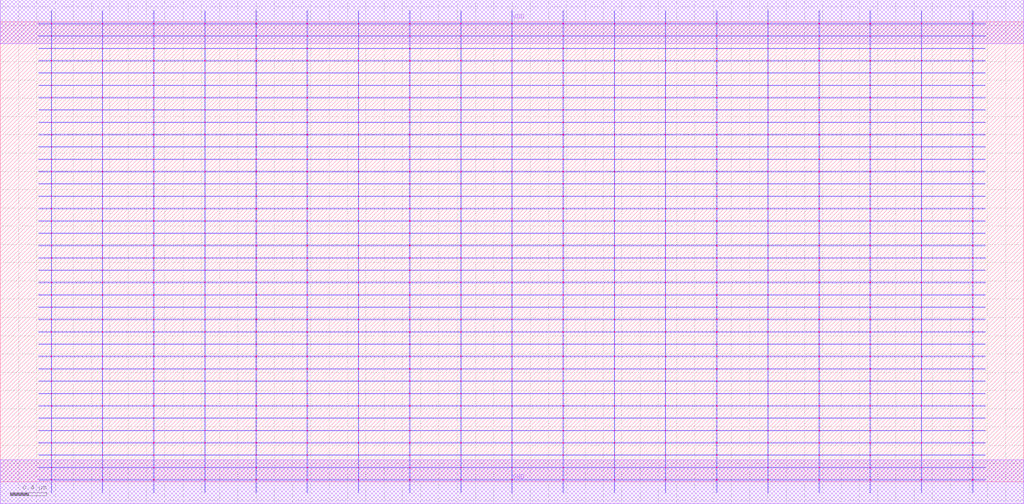
<source format=lef>
MACRO AAOAOI3311
 CLASS CORE ;
 FOREIGN AAOAOI3311 0 0 ;
 SIZE 11.200000000000001 BY 5.04 ;
 ORIGIN 0 0 ;
 SYMMETRY X Y R90 ;
 SITE unit ;
  PIN VDD
   DIRECTION INOUT ;
   USE POWER ;
   SHAPE ABUTMENT ;
    PORT
     CLASS CORE ;
       LAYER met1 ;
        RECT 0.00000000 4.80000000 11.20000000 5.28000000 ;
    END
  END VDD

  PIN GND
   DIRECTION INOUT ;
   USE POWER ;
   SHAPE ABUTMENT ;
    PORT
     CLASS CORE ;
       LAYER met1 ;
        RECT 0.00000000 -0.24000000 11.20000000 0.24000000 ;
    END
  END GND

 OBS
    LAYER polycont ;
     RECT 1.11600000 2.58300000 1.12400000 2.59100000 ;
     RECT 2.23600000 2.58300000 2.24400000 2.59100000 ;
     RECT 3.35600000 2.58300000 3.36400000 2.59100000 ;
     RECT 4.47600000 2.58300000 4.48400000 2.59100000 ;
     RECT 5.59600000 2.58300000 5.60400000 2.59100000 ;
     RECT 6.71600000 2.58300000 6.72400000 2.59100000 ;
     RECT 8.95600000 2.58300000 8.96400000 2.59100000 ;
     RECT 10.07600000 2.58300000 10.08400000 2.59100000 ;
     RECT 1.11600000 2.98800000 1.12400000 2.99600000 ;
     RECT 2.23600000 2.98800000 2.24400000 2.99600000 ;
     RECT 3.35600000 2.98800000 3.36400000 2.99600000 ;
     RECT 4.47600000 2.98800000 4.48400000 2.99600000 ;
     RECT 5.59600000 2.98800000 5.60400000 2.99600000 ;
     RECT 6.71600000 2.98800000 6.72400000 2.99600000 ;
     RECT 8.95600000 2.98800000 8.96400000 2.99600000 ;
     RECT 10.07600000 2.98800000 10.08400000 2.99600000 ;

    LAYER pdiffc ;
     RECT 0.55600000 3.39300000 0.56400000 3.40100000 ;
     RECT 1.67600000 3.39300000 1.68400000 3.40100000 ;
     RECT 2.79600000 3.39300000 2.80400000 3.40100000 ;
     RECT 3.91600000 3.39300000 3.92400000 3.40100000 ;
     RECT 5.03600000 3.39300000 5.04400000 3.40100000 ;
     RECT 6.15600000 3.39300000 6.16400000 3.40100000 ;
     RECT 7.27600000 3.39300000 7.28400000 3.40100000 ;
     RECT 8.39600000 3.39300000 8.40400000 3.40100000 ;
     RECT 9.51600000 3.39300000 9.52400000 3.40100000 ;
     RECT 10.63600000 3.39300000 10.64400000 3.40100000 ;
     RECT 0.55600000 3.52800000 0.56400000 3.53600000 ;
     RECT 1.67600000 3.52800000 1.68400000 3.53600000 ;
     RECT 2.79600000 3.52800000 2.80400000 3.53600000 ;
     RECT 3.91600000 3.52800000 3.92400000 3.53600000 ;
     RECT 5.03600000 3.52800000 5.04400000 3.53600000 ;
     RECT 6.15600000 3.52800000 6.16400000 3.53600000 ;
     RECT 7.27600000 3.52800000 7.28400000 3.53600000 ;
     RECT 8.39600000 3.52800000 8.40400000 3.53600000 ;
     RECT 9.51600000 3.52800000 9.52400000 3.53600000 ;
     RECT 10.63600000 3.52800000 10.64400000 3.53600000 ;
     RECT 0.55600000 3.66300000 0.56400000 3.67100000 ;
     RECT 1.67600000 3.66300000 1.68400000 3.67100000 ;
     RECT 2.79600000 3.66300000 2.80400000 3.67100000 ;
     RECT 3.91600000 3.66300000 3.92400000 3.67100000 ;
     RECT 5.03600000 3.66300000 5.04400000 3.67100000 ;
     RECT 6.15600000 3.66300000 6.16400000 3.67100000 ;
     RECT 7.27600000 3.66300000 7.28400000 3.67100000 ;
     RECT 8.39600000 3.66300000 8.40400000 3.67100000 ;
     RECT 9.51600000 3.66300000 9.52400000 3.67100000 ;
     RECT 10.63600000 3.66300000 10.64400000 3.67100000 ;
     RECT 0.55600000 3.79800000 0.56400000 3.80600000 ;
     RECT 1.67600000 3.79800000 1.68400000 3.80600000 ;
     RECT 2.79600000 3.79800000 2.80400000 3.80600000 ;
     RECT 3.91600000 3.79800000 3.92400000 3.80600000 ;
     RECT 5.03600000 3.79800000 5.04400000 3.80600000 ;
     RECT 6.15600000 3.79800000 6.16400000 3.80600000 ;
     RECT 7.27600000 3.79800000 7.28400000 3.80600000 ;
     RECT 8.39600000 3.79800000 8.40400000 3.80600000 ;
     RECT 9.51600000 3.79800000 9.52400000 3.80600000 ;
     RECT 10.63600000 3.79800000 10.64400000 3.80600000 ;
     RECT 0.55600000 3.93300000 0.56400000 3.94100000 ;
     RECT 1.67600000 3.93300000 1.68400000 3.94100000 ;
     RECT 2.79600000 3.93300000 2.80400000 3.94100000 ;
     RECT 3.91600000 3.93300000 3.92400000 3.94100000 ;
     RECT 5.03600000 3.93300000 5.04400000 3.94100000 ;
     RECT 6.15600000 3.93300000 6.16400000 3.94100000 ;
     RECT 7.27600000 3.93300000 7.28400000 3.94100000 ;
     RECT 8.39600000 3.93300000 8.40400000 3.94100000 ;
     RECT 9.51600000 3.93300000 9.52400000 3.94100000 ;
     RECT 10.63600000 3.93300000 10.64400000 3.94100000 ;
     RECT 0.55600000 4.06800000 0.56400000 4.07600000 ;
     RECT 1.67600000 4.06800000 1.68400000 4.07600000 ;
     RECT 2.79600000 4.06800000 2.80400000 4.07600000 ;
     RECT 3.91600000 4.06800000 3.92400000 4.07600000 ;
     RECT 5.03600000 4.06800000 5.04400000 4.07600000 ;
     RECT 6.15600000 4.06800000 6.16400000 4.07600000 ;
     RECT 7.27600000 4.06800000 7.28400000 4.07600000 ;
     RECT 8.39600000 4.06800000 8.40400000 4.07600000 ;
     RECT 9.51600000 4.06800000 9.52400000 4.07600000 ;
     RECT 10.63600000 4.06800000 10.64400000 4.07600000 ;
     RECT 0.55600000 4.20300000 0.56400000 4.21100000 ;
     RECT 1.67600000 4.20300000 1.68400000 4.21100000 ;
     RECT 2.79600000 4.20300000 2.80400000 4.21100000 ;
     RECT 3.91600000 4.20300000 3.92400000 4.21100000 ;
     RECT 5.03600000 4.20300000 5.04400000 4.21100000 ;
     RECT 6.15600000 4.20300000 6.16400000 4.21100000 ;
     RECT 7.27600000 4.20300000 7.28400000 4.21100000 ;
     RECT 8.39600000 4.20300000 8.40400000 4.21100000 ;
     RECT 9.51600000 4.20300000 9.52400000 4.21100000 ;
     RECT 10.63600000 4.20300000 10.64400000 4.21100000 ;
     RECT 0.55600000 4.33800000 0.56400000 4.34600000 ;
     RECT 1.67600000 4.33800000 1.68400000 4.34600000 ;
     RECT 2.79600000 4.33800000 2.80400000 4.34600000 ;
     RECT 3.91600000 4.33800000 3.92400000 4.34600000 ;
     RECT 5.03600000 4.33800000 5.04400000 4.34600000 ;
     RECT 6.15600000 4.33800000 6.16400000 4.34600000 ;
     RECT 7.27600000 4.33800000 7.28400000 4.34600000 ;
     RECT 8.39600000 4.33800000 8.40400000 4.34600000 ;
     RECT 9.51600000 4.33800000 9.52400000 4.34600000 ;
     RECT 10.63600000 4.33800000 10.64400000 4.34600000 ;
     RECT 0.55600000 4.47300000 0.56400000 4.48100000 ;
     RECT 1.67600000 4.47300000 1.68400000 4.48100000 ;
     RECT 2.79600000 4.47300000 2.80400000 4.48100000 ;
     RECT 3.91600000 4.47300000 3.92400000 4.48100000 ;
     RECT 5.03600000 4.47300000 5.04400000 4.48100000 ;
     RECT 6.15600000 4.47300000 6.16400000 4.48100000 ;
     RECT 7.27600000 4.47300000 7.28400000 4.48100000 ;
     RECT 8.39600000 4.47300000 8.40400000 4.48100000 ;
     RECT 9.51600000 4.47300000 9.52400000 4.48100000 ;
     RECT 10.63600000 4.47300000 10.64400000 4.48100000 ;
     RECT 0.55600000 4.60800000 0.56400000 4.61600000 ;
     RECT 1.67600000 4.60800000 1.68400000 4.61600000 ;
     RECT 2.79600000 4.60800000 2.80400000 4.61600000 ;
     RECT 3.91600000 4.60800000 3.92400000 4.61600000 ;
     RECT 5.03600000 4.60800000 5.04400000 4.61600000 ;
     RECT 6.15600000 4.60800000 6.16400000 4.61600000 ;
     RECT 7.27600000 4.60800000 7.28400000 4.61600000 ;
     RECT 8.39600000 4.60800000 8.40400000 4.61600000 ;
     RECT 9.51600000 4.60800000 9.52400000 4.61600000 ;
     RECT 10.63600000 4.60800000 10.64400000 4.61600000 ;

    LAYER ndiffc ;
     RECT 6.15600000 0.42300000 6.16400000 0.43100000 ;
     RECT 7.27600000 0.42300000 7.28400000 0.43100000 ;
     RECT 8.39600000 0.42300000 8.40400000 0.43100000 ;
     RECT 9.51600000 0.42300000 9.52400000 0.43100000 ;
     RECT 10.63600000 0.42300000 10.64400000 0.43100000 ;
     RECT 6.15600000 0.55800000 6.16400000 0.56600000 ;
     RECT 7.27600000 0.55800000 7.28400000 0.56600000 ;
     RECT 8.39600000 0.55800000 8.40400000 0.56600000 ;
     RECT 9.51600000 0.55800000 9.52400000 0.56600000 ;
     RECT 10.63600000 0.55800000 10.64400000 0.56600000 ;
     RECT 6.15600000 0.69300000 6.16400000 0.70100000 ;
     RECT 7.27600000 0.69300000 7.28400000 0.70100000 ;
     RECT 8.39600000 0.69300000 8.40400000 0.70100000 ;
     RECT 9.51600000 0.69300000 9.52400000 0.70100000 ;
     RECT 10.63600000 0.69300000 10.64400000 0.70100000 ;
     RECT 6.15600000 0.82800000 6.16400000 0.83600000 ;
     RECT 7.27600000 0.82800000 7.28400000 0.83600000 ;
     RECT 8.39600000 0.82800000 8.40400000 0.83600000 ;
     RECT 9.51600000 0.82800000 9.52400000 0.83600000 ;
     RECT 10.63600000 0.82800000 10.64400000 0.83600000 ;
     RECT 6.15600000 0.96300000 6.16400000 0.97100000 ;
     RECT 7.27600000 0.96300000 7.28400000 0.97100000 ;
     RECT 8.39600000 0.96300000 8.40400000 0.97100000 ;
     RECT 9.51600000 0.96300000 9.52400000 0.97100000 ;
     RECT 10.63600000 0.96300000 10.64400000 0.97100000 ;
     RECT 6.15600000 1.09800000 6.16400000 1.10600000 ;
     RECT 7.27600000 1.09800000 7.28400000 1.10600000 ;
     RECT 8.39600000 1.09800000 8.40400000 1.10600000 ;
     RECT 9.51600000 1.09800000 9.52400000 1.10600000 ;
     RECT 10.63600000 1.09800000 10.64400000 1.10600000 ;
     RECT 6.15600000 1.23300000 6.16400000 1.24100000 ;
     RECT 7.27600000 1.23300000 7.28400000 1.24100000 ;
     RECT 8.39600000 1.23300000 8.40400000 1.24100000 ;
     RECT 9.51600000 1.23300000 9.52400000 1.24100000 ;
     RECT 10.63600000 1.23300000 10.64400000 1.24100000 ;
     RECT 6.15600000 1.36800000 6.16400000 1.37600000 ;
     RECT 7.27600000 1.36800000 7.28400000 1.37600000 ;
     RECT 8.39600000 1.36800000 8.40400000 1.37600000 ;
     RECT 9.51600000 1.36800000 9.52400000 1.37600000 ;
     RECT 10.63600000 1.36800000 10.64400000 1.37600000 ;
     RECT 6.15600000 1.50300000 6.16400000 1.51100000 ;
     RECT 7.27600000 1.50300000 7.28400000 1.51100000 ;
     RECT 8.39600000 1.50300000 8.40400000 1.51100000 ;
     RECT 9.51600000 1.50300000 9.52400000 1.51100000 ;
     RECT 10.63600000 1.50300000 10.64400000 1.51100000 ;
     RECT 6.15600000 1.63800000 6.16400000 1.64600000 ;
     RECT 7.27600000 1.63800000 7.28400000 1.64600000 ;
     RECT 8.39600000 1.63800000 8.40400000 1.64600000 ;
     RECT 9.51600000 1.63800000 9.52400000 1.64600000 ;
     RECT 10.63600000 1.63800000 10.64400000 1.64600000 ;
     RECT 6.15600000 1.77300000 6.16400000 1.78100000 ;
     RECT 7.27600000 1.77300000 7.28400000 1.78100000 ;
     RECT 8.39600000 1.77300000 8.40400000 1.78100000 ;
     RECT 9.51600000 1.77300000 9.52400000 1.78100000 ;
     RECT 10.63600000 1.77300000 10.64400000 1.78100000 ;
     RECT 6.15600000 1.90800000 6.16400000 1.91600000 ;
     RECT 7.27600000 1.90800000 7.28400000 1.91600000 ;
     RECT 8.39600000 1.90800000 8.40400000 1.91600000 ;
     RECT 9.51600000 1.90800000 9.52400000 1.91600000 ;
     RECT 10.63600000 1.90800000 10.64400000 1.91600000 ;
     RECT 6.15600000 2.04300000 6.16400000 2.05100000 ;
     RECT 7.27600000 2.04300000 7.28400000 2.05100000 ;
     RECT 8.39600000 2.04300000 8.40400000 2.05100000 ;
     RECT 9.51600000 2.04300000 9.52400000 2.05100000 ;
     RECT 10.63600000 2.04300000 10.64400000 2.05100000 ;
     RECT 0.55600000 0.82800000 0.56400000 0.83600000 ;
     RECT 1.67600000 0.82800000 1.68400000 0.83600000 ;
     RECT 2.79600000 0.82800000 2.80400000 0.83600000 ;
     RECT 3.91600000 0.82800000 3.92400000 0.83600000 ;
     RECT 5.03600000 0.82800000 5.04400000 0.83600000 ;
     RECT 0.55600000 1.36800000 0.56400000 1.37600000 ;
     RECT 1.67600000 1.36800000 1.68400000 1.37600000 ;
     RECT 2.79600000 1.36800000 2.80400000 1.37600000 ;
     RECT 3.91600000 1.36800000 3.92400000 1.37600000 ;
     RECT 5.03600000 1.36800000 5.04400000 1.37600000 ;
     RECT 0.55600000 0.42300000 0.56400000 0.43100000 ;
     RECT 1.67600000 0.42300000 1.68400000 0.43100000 ;
     RECT 2.79600000 0.42300000 2.80400000 0.43100000 ;
     RECT 3.91600000 0.42300000 3.92400000 0.43100000 ;
     RECT 5.03600000 0.42300000 5.04400000 0.43100000 ;
     RECT 0.55600000 1.50300000 0.56400000 1.51100000 ;
     RECT 1.67600000 1.50300000 1.68400000 1.51100000 ;
     RECT 2.79600000 1.50300000 2.80400000 1.51100000 ;
     RECT 3.91600000 1.50300000 3.92400000 1.51100000 ;
     RECT 5.03600000 1.50300000 5.04400000 1.51100000 ;
     RECT 0.55600000 0.96300000 0.56400000 0.97100000 ;
     RECT 1.67600000 0.96300000 1.68400000 0.97100000 ;
     RECT 2.79600000 0.96300000 2.80400000 0.97100000 ;
     RECT 3.91600000 0.96300000 3.92400000 0.97100000 ;
     RECT 5.03600000 0.96300000 5.04400000 0.97100000 ;
     RECT 0.55600000 1.63800000 0.56400000 1.64600000 ;
     RECT 1.67600000 1.63800000 1.68400000 1.64600000 ;
     RECT 2.79600000 1.63800000 2.80400000 1.64600000 ;
     RECT 3.91600000 1.63800000 3.92400000 1.64600000 ;
     RECT 5.03600000 1.63800000 5.04400000 1.64600000 ;
     RECT 0.55600000 0.69300000 0.56400000 0.70100000 ;
     RECT 1.67600000 0.69300000 1.68400000 0.70100000 ;
     RECT 2.79600000 0.69300000 2.80400000 0.70100000 ;
     RECT 3.91600000 0.69300000 3.92400000 0.70100000 ;
     RECT 5.03600000 0.69300000 5.04400000 0.70100000 ;
     RECT 0.55600000 1.77300000 0.56400000 1.78100000 ;
     RECT 1.67600000 1.77300000 1.68400000 1.78100000 ;
     RECT 2.79600000 1.77300000 2.80400000 1.78100000 ;
     RECT 3.91600000 1.77300000 3.92400000 1.78100000 ;
     RECT 5.03600000 1.77300000 5.04400000 1.78100000 ;
     RECT 0.55600000 1.09800000 0.56400000 1.10600000 ;
     RECT 1.67600000 1.09800000 1.68400000 1.10600000 ;
     RECT 2.79600000 1.09800000 2.80400000 1.10600000 ;
     RECT 3.91600000 1.09800000 3.92400000 1.10600000 ;
     RECT 5.03600000 1.09800000 5.04400000 1.10600000 ;
     RECT 0.55600000 1.90800000 0.56400000 1.91600000 ;
     RECT 1.67600000 1.90800000 1.68400000 1.91600000 ;
     RECT 2.79600000 1.90800000 2.80400000 1.91600000 ;
     RECT 3.91600000 1.90800000 3.92400000 1.91600000 ;
     RECT 5.03600000 1.90800000 5.04400000 1.91600000 ;
     RECT 0.55600000 0.55800000 0.56400000 0.56600000 ;
     RECT 1.67600000 0.55800000 1.68400000 0.56600000 ;
     RECT 2.79600000 0.55800000 2.80400000 0.56600000 ;
     RECT 3.91600000 0.55800000 3.92400000 0.56600000 ;
     RECT 5.03600000 0.55800000 5.04400000 0.56600000 ;
     RECT 0.55600000 2.04300000 0.56400000 2.05100000 ;
     RECT 1.67600000 2.04300000 1.68400000 2.05100000 ;
     RECT 2.79600000 2.04300000 2.80400000 2.05100000 ;
     RECT 3.91600000 2.04300000 3.92400000 2.05100000 ;
     RECT 5.03600000 2.04300000 5.04400000 2.05100000 ;
     RECT 0.55600000 1.23300000 0.56400000 1.24100000 ;
     RECT 1.67600000 1.23300000 1.68400000 1.24100000 ;
     RECT 2.79600000 1.23300000 2.80400000 1.24100000 ;
     RECT 3.91600000 1.23300000 3.92400000 1.24100000 ;
     RECT 5.03600000 1.23300000 5.04400000 1.24100000 ;

    LAYER met1 ;
     RECT 0.00000000 -0.24000000 11.20000000 0.24000000 ;
     RECT 5.59600000 0.24000000 5.60400000 0.28800000 ;
     RECT 0.44500000 0.28800000 10.75500000 0.29600000 ;
     RECT 5.59600000 0.29600000 5.60400000 0.42300000 ;
     RECT 0.44500000 0.42300000 10.75500000 0.43100000 ;
     RECT 5.59600000 0.43100000 5.60400000 0.55800000 ;
     RECT 0.44500000 0.55800000 10.75500000 0.56600000 ;
     RECT 5.59600000 0.56600000 5.60400000 0.69300000 ;
     RECT 0.44500000 0.69300000 10.75500000 0.70100000 ;
     RECT 5.59600000 0.70100000 5.60400000 0.82800000 ;
     RECT 0.44500000 0.82800000 10.75500000 0.83600000 ;
     RECT 5.59600000 0.83600000 5.60400000 0.96300000 ;
     RECT 0.44500000 0.96300000 10.75500000 0.97100000 ;
     RECT 5.59600000 0.97100000 5.60400000 1.09800000 ;
     RECT 0.44500000 1.09800000 10.75500000 1.10600000 ;
     RECT 5.59600000 1.10600000 5.60400000 1.23300000 ;
     RECT 0.44500000 1.23300000 10.75500000 1.24100000 ;
     RECT 5.59600000 1.24100000 5.60400000 1.36800000 ;
     RECT 0.44500000 1.36800000 10.75500000 1.37600000 ;
     RECT 5.59600000 1.37600000 5.60400000 1.50300000 ;
     RECT 0.44500000 1.50300000 10.75500000 1.51100000 ;
     RECT 5.59600000 1.51100000 5.60400000 1.63800000 ;
     RECT 0.44500000 1.63800000 10.75500000 1.64600000 ;
     RECT 5.59600000 1.64600000 5.60400000 1.77300000 ;
     RECT 0.44500000 1.77300000 10.75500000 1.78100000 ;
     RECT 5.59600000 1.78100000 5.60400000 1.90800000 ;
     RECT 0.44500000 1.90800000 10.75500000 1.91600000 ;
     RECT 5.59600000 1.91600000 5.60400000 2.04300000 ;
     RECT 0.44500000 2.04300000 10.75500000 2.05100000 ;
     RECT 5.59600000 2.05100000 5.60400000 2.17800000 ;
     RECT 0.44500000 2.17800000 10.75500000 2.18600000 ;
     RECT 5.59600000 2.18600000 5.60400000 2.31300000 ;
     RECT 0.44500000 2.31300000 10.75500000 2.32100000 ;
     RECT 5.59600000 2.32100000 5.60400000 2.44800000 ;
     RECT 0.44500000 2.44800000 10.75500000 2.45600000 ;
     RECT 0.55600000 2.45600000 0.56400000 2.58300000 ;
     RECT 1.11600000 2.45600000 1.12400000 2.58300000 ;
     RECT 1.67600000 2.45600000 1.68400000 2.58300000 ;
     RECT 2.23600000 2.45600000 2.24400000 2.58300000 ;
     RECT 2.79600000 2.45600000 2.80400000 2.58300000 ;
     RECT 3.35600000 2.45600000 3.36400000 2.58300000 ;
     RECT 3.91600000 2.45600000 3.92400000 2.58300000 ;
     RECT 4.47600000 2.45600000 4.48400000 2.58300000 ;
     RECT 5.03600000 2.45600000 5.04400000 2.58300000 ;
     RECT 5.59600000 2.45600000 5.60400000 2.58300000 ;
     RECT 6.15600000 2.45600000 6.16400000 2.58300000 ;
     RECT 6.71600000 2.45600000 6.72400000 2.58300000 ;
     RECT 7.27600000 2.45600000 7.28400000 2.58300000 ;
     RECT 7.83600000 2.45600000 7.84400000 2.58300000 ;
     RECT 8.39600000 2.45600000 8.40400000 2.58300000 ;
     RECT 8.95600000 2.45600000 8.96400000 2.58300000 ;
     RECT 9.51600000 2.45600000 9.52400000 2.58300000 ;
     RECT 10.07600000 2.45600000 10.08400000 2.58300000 ;
     RECT 10.63600000 2.45600000 10.64400000 2.58300000 ;
     RECT 0.44500000 2.58300000 10.75500000 2.59100000 ;
     RECT 5.59600000 2.59100000 5.60400000 2.71800000 ;
     RECT 0.44500000 2.71800000 10.75500000 2.72600000 ;
     RECT 5.59600000 2.72600000 5.60400000 2.85300000 ;
     RECT 0.44500000 2.85300000 10.75500000 2.86100000 ;
     RECT 5.59600000 2.86100000 5.60400000 2.98800000 ;
     RECT 0.44500000 2.98800000 10.75500000 2.99600000 ;
     RECT 5.59600000 2.99600000 5.60400000 3.12300000 ;
     RECT 0.44500000 3.12300000 10.75500000 3.13100000 ;
     RECT 5.59600000 3.13100000 5.60400000 3.25800000 ;
     RECT 0.44500000 3.25800000 10.75500000 3.26600000 ;
     RECT 5.59600000 3.26600000 5.60400000 3.39300000 ;
     RECT 0.44500000 3.39300000 10.75500000 3.40100000 ;
     RECT 5.59600000 3.40100000 5.60400000 3.52800000 ;
     RECT 0.44500000 3.52800000 10.75500000 3.53600000 ;
     RECT 5.59600000 3.53600000 5.60400000 3.66300000 ;
     RECT 0.44500000 3.66300000 10.75500000 3.67100000 ;
     RECT 5.59600000 3.67100000 5.60400000 3.79800000 ;
     RECT 0.44500000 3.79800000 10.75500000 3.80600000 ;
     RECT 5.59600000 3.80600000 5.60400000 3.93300000 ;
     RECT 0.44500000 3.93300000 10.75500000 3.94100000 ;
     RECT 5.59600000 3.94100000 5.60400000 4.06800000 ;
     RECT 0.44500000 4.06800000 10.75500000 4.07600000 ;
     RECT 5.59600000 4.07600000 5.60400000 4.20300000 ;
     RECT 0.44500000 4.20300000 10.75500000 4.21100000 ;
     RECT 5.59600000 4.21100000 5.60400000 4.33800000 ;
     RECT 0.44500000 4.33800000 10.75500000 4.34600000 ;
     RECT 5.59600000 4.34600000 5.60400000 4.47300000 ;
     RECT 0.44500000 4.47300000 10.75500000 4.48100000 ;
     RECT 5.59600000 4.48100000 5.60400000 4.60800000 ;
     RECT 0.44500000 4.60800000 10.75500000 4.61600000 ;
     RECT 5.59600000 4.61600000 5.60400000 4.74300000 ;
     RECT 0.44500000 4.74300000 10.75500000 4.75100000 ;
     RECT 5.59600000 4.75100000 5.60400000 4.80000000 ;
     RECT 0.00000000 4.80000000 11.20000000 5.28000000 ;
     RECT 8.39600000 2.99600000 8.40400000 3.12300000 ;
     RECT 8.39600000 3.13100000 8.40400000 3.25800000 ;
     RECT 8.39600000 3.26600000 8.40400000 3.39300000 ;
     RECT 8.39600000 3.40100000 8.40400000 3.52800000 ;
     RECT 8.39600000 3.53600000 8.40400000 3.66300000 ;
     RECT 8.39600000 2.72600000 8.40400000 2.85300000 ;
     RECT 8.39600000 3.67100000 8.40400000 3.79800000 ;
     RECT 6.15600000 3.80600000 6.16400000 3.93300000 ;
     RECT 6.71600000 3.80600000 6.72400000 3.93300000 ;
     RECT 7.27600000 3.80600000 7.28400000 3.93300000 ;
     RECT 7.83600000 3.80600000 7.84400000 3.93300000 ;
     RECT 8.39600000 3.80600000 8.40400000 3.93300000 ;
     RECT 8.95600000 3.80600000 8.96400000 3.93300000 ;
     RECT 9.51600000 3.80600000 9.52400000 3.93300000 ;
     RECT 10.07600000 3.80600000 10.08400000 3.93300000 ;
     RECT 10.63600000 3.80600000 10.64400000 3.93300000 ;
     RECT 8.39600000 3.94100000 8.40400000 4.06800000 ;
     RECT 8.39600000 4.07600000 8.40400000 4.20300000 ;
     RECT 8.39600000 4.21100000 8.40400000 4.33800000 ;
     RECT 8.39600000 4.34600000 8.40400000 4.47300000 ;
     RECT 8.39600000 2.86100000 8.40400000 2.98800000 ;
     RECT 8.39600000 4.48100000 8.40400000 4.60800000 ;
     RECT 8.39600000 4.61600000 8.40400000 4.74300000 ;
     RECT 8.39600000 2.59100000 8.40400000 2.71800000 ;
     RECT 8.39600000 4.75100000 8.40400000 4.80000000 ;
     RECT 10.63600000 4.07600000 10.64400000 4.20300000 ;
     RECT 9.51600000 3.94100000 9.52400000 4.06800000 ;
     RECT 8.95600000 4.21100000 8.96400000 4.33800000 ;
     RECT 9.51600000 4.21100000 9.52400000 4.33800000 ;
     RECT 10.07600000 4.21100000 10.08400000 4.33800000 ;
     RECT 10.63600000 4.21100000 10.64400000 4.33800000 ;
     RECT 10.07600000 3.94100000 10.08400000 4.06800000 ;
     RECT 8.95600000 4.34600000 8.96400000 4.47300000 ;
     RECT 9.51600000 4.34600000 9.52400000 4.47300000 ;
     RECT 10.07600000 4.34600000 10.08400000 4.47300000 ;
     RECT 10.63600000 4.34600000 10.64400000 4.47300000 ;
     RECT 10.63600000 3.94100000 10.64400000 4.06800000 ;
     RECT 8.95600000 3.94100000 8.96400000 4.06800000 ;
     RECT 8.95600000 4.48100000 8.96400000 4.60800000 ;
     RECT 9.51600000 4.48100000 9.52400000 4.60800000 ;
     RECT 10.07600000 4.48100000 10.08400000 4.60800000 ;
     RECT 10.63600000 4.48100000 10.64400000 4.60800000 ;
     RECT 8.95600000 4.07600000 8.96400000 4.20300000 ;
     RECT 8.95600000 4.61600000 8.96400000 4.74300000 ;
     RECT 9.51600000 4.61600000 9.52400000 4.74300000 ;
     RECT 10.07600000 4.61600000 10.08400000 4.74300000 ;
     RECT 10.63600000 4.61600000 10.64400000 4.74300000 ;
     RECT 9.51600000 4.07600000 9.52400000 4.20300000 ;
     RECT 10.07600000 4.07600000 10.08400000 4.20300000 ;
     RECT 8.95600000 4.75100000 8.96400000 4.80000000 ;
     RECT 9.51600000 4.75100000 9.52400000 4.80000000 ;
     RECT 10.07600000 4.75100000 10.08400000 4.80000000 ;
     RECT 10.63600000 4.75100000 10.64400000 4.80000000 ;
     RECT 6.15600000 4.48100000 6.16400000 4.60800000 ;
     RECT 6.71600000 4.48100000 6.72400000 4.60800000 ;
     RECT 7.27600000 4.48100000 7.28400000 4.60800000 ;
     RECT 7.83600000 4.48100000 7.84400000 4.60800000 ;
     RECT 7.83600000 4.21100000 7.84400000 4.33800000 ;
     RECT 6.71600000 4.07600000 6.72400000 4.20300000 ;
     RECT 7.27600000 4.07600000 7.28400000 4.20300000 ;
     RECT 7.83600000 4.07600000 7.84400000 4.20300000 ;
     RECT 6.71600000 3.94100000 6.72400000 4.06800000 ;
     RECT 6.15600000 4.61600000 6.16400000 4.74300000 ;
     RECT 6.71600000 4.61600000 6.72400000 4.74300000 ;
     RECT 7.27600000 4.61600000 7.28400000 4.74300000 ;
     RECT 7.83600000 4.61600000 7.84400000 4.74300000 ;
     RECT 7.27600000 3.94100000 7.28400000 4.06800000 ;
     RECT 6.15600000 4.34600000 6.16400000 4.47300000 ;
     RECT 6.71600000 4.34600000 6.72400000 4.47300000 ;
     RECT 7.27600000 4.34600000 7.28400000 4.47300000 ;
     RECT 7.83600000 4.34600000 7.84400000 4.47300000 ;
     RECT 7.83600000 3.94100000 7.84400000 4.06800000 ;
     RECT 6.15600000 4.75100000 6.16400000 4.80000000 ;
     RECT 6.71600000 4.75100000 6.72400000 4.80000000 ;
     RECT 7.27600000 4.75100000 7.28400000 4.80000000 ;
     RECT 7.83600000 4.75100000 7.84400000 4.80000000 ;
     RECT 6.15600000 3.94100000 6.16400000 4.06800000 ;
     RECT 6.15600000 4.07600000 6.16400000 4.20300000 ;
     RECT 6.15600000 4.21100000 6.16400000 4.33800000 ;
     RECT 6.71600000 4.21100000 6.72400000 4.33800000 ;
     RECT 7.27600000 4.21100000 7.28400000 4.33800000 ;
     RECT 7.27600000 2.99600000 7.28400000 3.12300000 ;
     RECT 6.71600000 2.59100000 6.72400000 2.71800000 ;
     RECT 6.15600000 2.72600000 6.16400000 2.85300000 ;
     RECT 6.15600000 3.40100000 6.16400000 3.52800000 ;
     RECT 6.71600000 3.40100000 6.72400000 3.52800000 ;
     RECT 7.27600000 3.40100000 7.28400000 3.52800000 ;
     RECT 7.83600000 3.40100000 7.84400000 3.52800000 ;
     RECT 7.83600000 2.99600000 7.84400000 3.12300000 ;
     RECT 6.71600000 2.72600000 6.72400000 2.85300000 ;
     RECT 7.27600000 2.72600000 7.28400000 2.85300000 ;
     RECT 7.27600000 2.59100000 7.28400000 2.71800000 ;
     RECT 7.83600000 2.59100000 7.84400000 2.71800000 ;
     RECT 6.15600000 3.53600000 6.16400000 3.66300000 ;
     RECT 6.71600000 3.53600000 6.72400000 3.66300000 ;
     RECT 7.27600000 3.53600000 7.28400000 3.66300000 ;
     RECT 7.83600000 3.53600000 7.84400000 3.66300000 ;
     RECT 6.15600000 2.99600000 6.16400000 3.12300000 ;
     RECT 7.83600000 2.72600000 7.84400000 2.85300000 ;
     RECT 6.15600000 3.13100000 6.16400000 3.25800000 ;
     RECT 6.15600000 3.67100000 6.16400000 3.79800000 ;
     RECT 6.71600000 3.67100000 6.72400000 3.79800000 ;
     RECT 6.15600000 2.86100000 6.16400000 2.98800000 ;
     RECT 6.71600000 2.86100000 6.72400000 2.98800000 ;
     RECT 7.27600000 3.67100000 7.28400000 3.79800000 ;
     RECT 7.83600000 3.67100000 7.84400000 3.79800000 ;
     RECT 6.71600000 3.13100000 6.72400000 3.25800000 ;
     RECT 7.27600000 3.13100000 7.28400000 3.25800000 ;
     RECT 7.83600000 3.13100000 7.84400000 3.25800000 ;
     RECT 6.71600000 2.99600000 6.72400000 3.12300000 ;
     RECT 6.15600000 2.59100000 6.16400000 2.71800000 ;
     RECT 6.15600000 3.26600000 6.16400000 3.39300000 ;
     RECT 6.71600000 3.26600000 6.72400000 3.39300000 ;
     RECT 7.27600000 2.86100000 7.28400000 2.98800000 ;
     RECT 7.83600000 2.86100000 7.84400000 2.98800000 ;
     RECT 7.27600000 3.26600000 7.28400000 3.39300000 ;
     RECT 7.83600000 3.26600000 7.84400000 3.39300000 ;
     RECT 9.51600000 3.13100000 9.52400000 3.25800000 ;
     RECT 10.07600000 3.13100000 10.08400000 3.25800000 ;
     RECT 10.63600000 3.13100000 10.64400000 3.25800000 ;
     RECT 8.95600000 2.86100000 8.96400000 2.98800000 ;
     RECT 10.63600000 2.59100000 10.64400000 2.71800000 ;
     RECT 10.07600000 2.59100000 10.08400000 2.71800000 ;
     RECT 8.95600000 3.67100000 8.96400000 3.79800000 ;
     RECT 9.51600000 3.67100000 9.52400000 3.79800000 ;
     RECT 10.07600000 3.67100000 10.08400000 3.79800000 ;
     RECT 10.63600000 3.67100000 10.64400000 3.79800000 ;
     RECT 8.95600000 2.72600000 8.96400000 2.85300000 ;
     RECT 9.51600000 2.72600000 9.52400000 2.85300000 ;
     RECT 8.95600000 2.99600000 8.96400000 3.12300000 ;
     RECT 9.51600000 2.86100000 9.52400000 2.98800000 ;
     RECT 10.07600000 2.86100000 10.08400000 2.98800000 ;
     RECT 8.95600000 3.40100000 8.96400000 3.52800000 ;
     RECT 9.51600000 3.40100000 9.52400000 3.52800000 ;
     RECT 10.07600000 3.40100000 10.08400000 3.52800000 ;
     RECT 10.63600000 3.40100000 10.64400000 3.52800000 ;
     RECT 9.51600000 2.99600000 9.52400000 3.12300000 ;
     RECT 10.07600000 2.99600000 10.08400000 3.12300000 ;
     RECT 10.63600000 2.99600000 10.64400000 3.12300000 ;
     RECT 9.51600000 2.59100000 9.52400000 2.71800000 ;
     RECT 10.07600000 2.72600000 10.08400000 2.85300000 ;
     RECT 10.63600000 2.86100000 10.64400000 2.98800000 ;
     RECT 10.63600000 2.72600000 10.64400000 2.85300000 ;
     RECT 8.95600000 3.26600000 8.96400000 3.39300000 ;
     RECT 9.51600000 3.26600000 9.52400000 3.39300000 ;
     RECT 10.07600000 3.26600000 10.08400000 3.39300000 ;
     RECT 8.95600000 3.53600000 8.96400000 3.66300000 ;
     RECT 9.51600000 3.53600000 9.52400000 3.66300000 ;
     RECT 10.07600000 3.53600000 10.08400000 3.66300000 ;
     RECT 10.63600000 3.53600000 10.64400000 3.66300000 ;
     RECT 10.63600000 3.26600000 10.64400000 3.39300000 ;
     RECT 8.95600000 3.13100000 8.96400000 3.25800000 ;
     RECT 8.95600000 2.59100000 8.96400000 2.71800000 ;
     RECT 4.47600000 3.80600000 4.48400000 3.93300000 ;
     RECT 5.03600000 3.80600000 5.04400000 3.93300000 ;
     RECT 2.79600000 3.26600000 2.80400000 3.39300000 ;
     RECT 2.79600000 3.94100000 2.80400000 4.06800000 ;
     RECT 2.79600000 2.59100000 2.80400000 2.71800000 ;
     RECT 2.79600000 2.99600000 2.80400000 3.12300000 ;
     RECT 2.79600000 4.07600000 2.80400000 4.20300000 ;
     RECT 2.79600000 3.40100000 2.80400000 3.52800000 ;
     RECT 2.79600000 4.21100000 2.80400000 4.33800000 ;
     RECT 2.79600000 4.34600000 2.80400000 4.47300000 ;
     RECT 2.79600000 3.53600000 2.80400000 3.66300000 ;
     RECT 2.79600000 4.48100000 2.80400000 4.60800000 ;
     RECT 2.79600000 3.13100000 2.80400000 3.25800000 ;
     RECT 2.79600000 3.67100000 2.80400000 3.79800000 ;
     RECT 2.79600000 4.61600000 2.80400000 4.74300000 ;
     RECT 2.79600000 2.86100000 2.80400000 2.98800000 ;
     RECT 2.79600000 4.75100000 2.80400000 4.80000000 ;
     RECT 2.79600000 2.72600000 2.80400000 2.85300000 ;
     RECT 0.55600000 3.80600000 0.56400000 3.93300000 ;
     RECT 1.11600000 3.80600000 1.12400000 3.93300000 ;
     RECT 1.67600000 3.80600000 1.68400000 3.93300000 ;
     RECT 2.23600000 3.80600000 2.24400000 3.93300000 ;
     RECT 2.79600000 3.80600000 2.80400000 3.93300000 ;
     RECT 3.35600000 3.80600000 3.36400000 3.93300000 ;
     RECT 3.91600000 3.80600000 3.92400000 3.93300000 ;
     RECT 5.03600000 4.34600000 5.04400000 4.47300000 ;
     RECT 4.47600000 3.94100000 4.48400000 4.06800000 ;
     RECT 3.35600000 4.07600000 3.36400000 4.20300000 ;
     RECT 3.35600000 4.48100000 3.36400000 4.60800000 ;
     RECT 3.91600000 4.48100000 3.92400000 4.60800000 ;
     RECT 4.47600000 4.48100000 4.48400000 4.60800000 ;
     RECT 5.03600000 4.48100000 5.04400000 4.60800000 ;
     RECT 3.91600000 4.07600000 3.92400000 4.20300000 ;
     RECT 4.47600000 4.07600000 4.48400000 4.20300000 ;
     RECT 5.03600000 4.07600000 5.04400000 4.20300000 ;
     RECT 3.35600000 4.61600000 3.36400000 4.74300000 ;
     RECT 3.91600000 4.61600000 3.92400000 4.74300000 ;
     RECT 4.47600000 4.61600000 4.48400000 4.74300000 ;
     RECT 5.03600000 4.61600000 5.04400000 4.74300000 ;
     RECT 5.03600000 3.94100000 5.04400000 4.06800000 ;
     RECT 3.35600000 3.94100000 3.36400000 4.06800000 ;
     RECT 3.35600000 4.75100000 3.36400000 4.80000000 ;
     RECT 3.91600000 4.75100000 3.92400000 4.80000000 ;
     RECT 4.47600000 4.75100000 4.48400000 4.80000000 ;
     RECT 5.03600000 4.75100000 5.04400000 4.80000000 ;
     RECT 3.35600000 4.21100000 3.36400000 4.33800000 ;
     RECT 3.91600000 4.21100000 3.92400000 4.33800000 ;
     RECT 4.47600000 4.21100000 4.48400000 4.33800000 ;
     RECT 5.03600000 4.21100000 5.04400000 4.33800000 ;
     RECT 3.91600000 3.94100000 3.92400000 4.06800000 ;
     RECT 3.35600000 4.34600000 3.36400000 4.47300000 ;
     RECT 3.91600000 4.34600000 3.92400000 4.47300000 ;
     RECT 4.47600000 4.34600000 4.48400000 4.47300000 ;
     RECT 0.55600000 4.34600000 0.56400000 4.47300000 ;
     RECT 0.55600000 4.61600000 0.56400000 4.74300000 ;
     RECT 1.11600000 4.61600000 1.12400000 4.74300000 ;
     RECT 1.67600000 4.61600000 1.68400000 4.74300000 ;
     RECT 2.23600000 4.61600000 2.24400000 4.74300000 ;
     RECT 1.11600000 4.34600000 1.12400000 4.47300000 ;
     RECT 1.67600000 4.34600000 1.68400000 4.47300000 ;
     RECT 2.23600000 4.34600000 2.24400000 4.47300000 ;
     RECT 1.67600000 3.94100000 1.68400000 4.06800000 ;
     RECT 0.55600000 4.07600000 0.56400000 4.20300000 ;
     RECT 1.11600000 4.07600000 1.12400000 4.20300000 ;
     RECT 0.55600000 4.75100000 0.56400000 4.80000000 ;
     RECT 1.11600000 4.75100000 1.12400000 4.80000000 ;
     RECT 1.67600000 4.75100000 1.68400000 4.80000000 ;
     RECT 2.23600000 4.75100000 2.24400000 4.80000000 ;
     RECT 0.55600000 4.21100000 0.56400000 4.33800000 ;
     RECT 1.11600000 4.21100000 1.12400000 4.33800000 ;
     RECT 1.67600000 4.21100000 1.68400000 4.33800000 ;
     RECT 0.55600000 4.48100000 0.56400000 4.60800000 ;
     RECT 1.11600000 4.48100000 1.12400000 4.60800000 ;
     RECT 1.67600000 4.48100000 1.68400000 4.60800000 ;
     RECT 2.23600000 4.48100000 2.24400000 4.60800000 ;
     RECT 2.23600000 4.21100000 2.24400000 4.33800000 ;
     RECT 1.67600000 4.07600000 1.68400000 4.20300000 ;
     RECT 2.23600000 4.07600000 2.24400000 4.20300000 ;
     RECT 2.23600000 3.94100000 2.24400000 4.06800000 ;
     RECT 0.55600000 3.94100000 0.56400000 4.06800000 ;
     RECT 1.11600000 3.94100000 1.12400000 4.06800000 ;
     RECT 2.23600000 3.13100000 2.24400000 3.25800000 ;
     RECT 0.55600000 3.53600000 0.56400000 3.66300000 ;
     RECT 0.55600000 3.67100000 0.56400000 3.79800000 ;
     RECT 1.11600000 3.67100000 1.12400000 3.79800000 ;
     RECT 1.67600000 3.67100000 1.68400000 3.79800000 ;
     RECT 2.23600000 3.67100000 2.24400000 3.79800000 ;
     RECT 1.11600000 3.53600000 1.12400000 3.66300000 ;
     RECT 1.67600000 3.53600000 1.68400000 3.66300000 ;
     RECT 2.23600000 2.99600000 2.24400000 3.12300000 ;
     RECT 1.11600000 3.40100000 1.12400000 3.52800000 ;
     RECT 1.67600000 3.40100000 1.68400000 3.52800000 ;
     RECT 2.23600000 3.40100000 2.24400000 3.52800000 ;
     RECT 2.23600000 3.26600000 2.24400000 3.39300000 ;
     RECT 0.55600000 3.40100000 0.56400000 3.52800000 ;
     RECT 0.55600000 3.26600000 0.56400000 3.39300000 ;
     RECT 1.11600000 3.26600000 1.12400000 3.39300000 ;
     RECT 1.67600000 2.59100000 1.68400000 2.71800000 ;
     RECT 1.67600000 2.72600000 1.68400000 2.85300000 ;
     RECT 2.23600000 3.53600000 2.24400000 3.66300000 ;
     RECT 2.23600000 2.59100000 2.24400000 2.71800000 ;
     RECT 1.11600000 2.86100000 1.12400000 2.98800000 ;
     RECT 1.67600000 2.86100000 1.68400000 2.98800000 ;
     RECT 2.23600000 2.86100000 2.24400000 2.98800000 ;
     RECT 0.55600000 3.13100000 0.56400000 3.25800000 ;
     RECT 1.11600000 3.13100000 1.12400000 3.25800000 ;
     RECT 1.67600000 3.26600000 1.68400000 3.39300000 ;
     RECT 0.55600000 2.99600000 0.56400000 3.12300000 ;
     RECT 2.23600000 2.72600000 2.24400000 2.85300000 ;
     RECT 1.11600000 2.99600000 1.12400000 3.12300000 ;
     RECT 1.67600000 2.99600000 1.68400000 3.12300000 ;
     RECT 0.55600000 2.59100000 0.56400000 2.71800000 ;
     RECT 1.11600000 2.59100000 1.12400000 2.71800000 ;
     RECT 0.55600000 2.72600000 0.56400000 2.85300000 ;
     RECT 1.11600000 2.72600000 1.12400000 2.85300000 ;
     RECT 0.55600000 2.86100000 0.56400000 2.98800000 ;
     RECT 1.67600000 3.13100000 1.68400000 3.25800000 ;
     RECT 5.03600000 2.99600000 5.04400000 3.12300000 ;
     RECT 5.03600000 3.26600000 5.04400000 3.39300000 ;
     RECT 3.35600000 2.99600000 3.36400000 3.12300000 ;
     RECT 5.03600000 2.72600000 5.04400000 2.85300000 ;
     RECT 3.35600000 2.59100000 3.36400000 2.71800000 ;
     RECT 3.35600000 3.67100000 3.36400000 3.79800000 ;
     RECT 3.91600000 3.67100000 3.92400000 3.79800000 ;
     RECT 4.47600000 3.67100000 4.48400000 3.79800000 ;
     RECT 5.03600000 3.67100000 5.04400000 3.79800000 ;
     RECT 5.03600000 3.13100000 5.04400000 3.25800000 ;
     RECT 4.47600000 2.72600000 4.48400000 2.85300000 ;
     RECT 3.35600000 2.86100000 3.36400000 2.98800000 ;
     RECT 3.91600000 2.86100000 3.92400000 2.98800000 ;
     RECT 4.47600000 2.86100000 4.48400000 2.98800000 ;
     RECT 5.03600000 2.86100000 5.04400000 2.98800000 ;
     RECT 3.35600000 3.26600000 3.36400000 3.39300000 ;
     RECT 3.91600000 3.26600000 3.92400000 3.39300000 ;
     RECT 4.47600000 3.26600000 4.48400000 3.39300000 ;
     RECT 3.35600000 3.40100000 3.36400000 3.52800000 ;
     RECT 3.91600000 2.59100000 3.92400000 2.71800000 ;
     RECT 4.47600000 2.59100000 4.48400000 2.71800000 ;
     RECT 5.03600000 2.59100000 5.04400000 2.71800000 ;
     RECT 3.35600000 3.13100000 3.36400000 3.25800000 ;
     RECT 3.91600000 3.13100000 3.92400000 3.25800000 ;
     RECT 4.47600000 3.13100000 4.48400000 3.25800000 ;
     RECT 3.91600000 3.40100000 3.92400000 3.52800000 ;
     RECT 3.35600000 3.53600000 3.36400000 3.66300000 ;
     RECT 3.35600000 2.72600000 3.36400000 2.85300000 ;
     RECT 3.91600000 2.72600000 3.92400000 2.85300000 ;
     RECT 3.91600000 3.53600000 3.92400000 3.66300000 ;
     RECT 4.47600000 3.53600000 4.48400000 3.66300000 ;
     RECT 5.03600000 3.53600000 5.04400000 3.66300000 ;
     RECT 4.47600000 3.40100000 4.48400000 3.52800000 ;
     RECT 5.03600000 3.40100000 5.04400000 3.52800000 ;
     RECT 3.91600000 2.99600000 3.92400000 3.12300000 ;
     RECT 4.47600000 2.99600000 4.48400000 3.12300000 ;
     RECT 2.79600000 1.24100000 2.80400000 1.36800000 ;
     RECT 2.79600000 1.37600000 2.80400000 1.50300000 ;
     RECT 2.79600000 1.51100000 2.80400000 1.63800000 ;
     RECT 2.79600000 1.64600000 2.80400000 1.77300000 ;
     RECT 2.79600000 1.78100000 2.80400000 1.90800000 ;
     RECT 2.79600000 1.91600000 2.80400000 2.04300000 ;
     RECT 2.79600000 0.43100000 2.80400000 0.55800000 ;
     RECT 2.79600000 2.05100000 2.80400000 2.17800000 ;
     RECT 2.79600000 2.18600000 2.80400000 2.31300000 ;
     RECT 2.79600000 0.24000000 2.80400000 0.28800000 ;
     RECT 2.79600000 2.32100000 2.80400000 2.44800000 ;
     RECT 2.79600000 0.56600000 2.80400000 0.69300000 ;
     RECT 2.79600000 0.70100000 2.80400000 0.82800000 ;
     RECT 2.79600000 0.83600000 2.80400000 0.96300000 ;
     RECT 2.79600000 0.97100000 2.80400000 1.09800000 ;
     RECT 0.55600000 1.10600000 0.56400000 1.23300000 ;
     RECT 1.11600000 1.10600000 1.12400000 1.23300000 ;
     RECT 1.67600000 1.10600000 1.68400000 1.23300000 ;
     RECT 2.23600000 1.10600000 2.24400000 1.23300000 ;
     RECT 2.79600000 1.10600000 2.80400000 1.23300000 ;
     RECT 3.35600000 1.10600000 3.36400000 1.23300000 ;
     RECT 3.91600000 1.10600000 3.92400000 1.23300000 ;
     RECT 4.47600000 1.10600000 4.48400000 1.23300000 ;
     RECT 5.03600000 1.10600000 5.04400000 1.23300000 ;
     RECT 2.79600000 0.29600000 2.80400000 0.42300000 ;
     RECT 3.35600000 1.24100000 3.36400000 1.36800000 ;
     RECT 3.35600000 1.91600000 3.36400000 2.04300000 ;
     RECT 3.91600000 1.91600000 3.92400000 2.04300000 ;
     RECT 4.47600000 1.91600000 4.48400000 2.04300000 ;
     RECT 5.03600000 1.91600000 5.04400000 2.04300000 ;
     RECT 3.35600000 1.37600000 3.36400000 1.50300000 ;
     RECT 3.91600000 1.37600000 3.92400000 1.50300000 ;
     RECT 3.35600000 2.05100000 3.36400000 2.17800000 ;
     RECT 3.91600000 2.05100000 3.92400000 2.17800000 ;
     RECT 4.47600000 2.05100000 4.48400000 2.17800000 ;
     RECT 5.03600000 2.05100000 5.04400000 2.17800000 ;
     RECT 4.47600000 1.37600000 4.48400000 1.50300000 ;
     RECT 3.35600000 2.18600000 3.36400000 2.31300000 ;
     RECT 3.91600000 2.18600000 3.92400000 2.31300000 ;
     RECT 4.47600000 2.18600000 4.48400000 2.31300000 ;
     RECT 5.03600000 2.18600000 5.04400000 2.31300000 ;
     RECT 5.03600000 1.37600000 5.04400000 1.50300000 ;
     RECT 3.91600000 1.24100000 3.92400000 1.36800000 ;
     RECT 3.35600000 2.32100000 3.36400000 2.44800000 ;
     RECT 3.91600000 2.32100000 3.92400000 2.44800000 ;
     RECT 4.47600000 2.32100000 4.48400000 2.44800000 ;
     RECT 5.03600000 2.32100000 5.04400000 2.44800000 ;
     RECT 3.35600000 1.51100000 3.36400000 1.63800000 ;
     RECT 3.91600000 1.51100000 3.92400000 1.63800000 ;
     RECT 4.47600000 1.51100000 4.48400000 1.63800000 ;
     RECT 5.03600000 1.51100000 5.04400000 1.63800000 ;
     RECT 4.47600000 1.24100000 4.48400000 1.36800000 ;
     RECT 3.35600000 1.64600000 3.36400000 1.77300000 ;
     RECT 3.91600000 1.64600000 3.92400000 1.77300000 ;
     RECT 4.47600000 1.64600000 4.48400000 1.77300000 ;
     RECT 5.03600000 1.64600000 5.04400000 1.77300000 ;
     RECT 5.03600000 1.24100000 5.04400000 1.36800000 ;
     RECT 3.35600000 1.78100000 3.36400000 1.90800000 ;
     RECT 3.91600000 1.78100000 3.92400000 1.90800000 ;
     RECT 4.47600000 1.78100000 4.48400000 1.90800000 ;
     RECT 5.03600000 1.78100000 5.04400000 1.90800000 ;
     RECT 0.55600000 1.37600000 0.56400000 1.50300000 ;
     RECT 0.55600000 1.51100000 0.56400000 1.63800000 ;
     RECT 1.11600000 1.51100000 1.12400000 1.63800000 ;
     RECT 0.55600000 2.18600000 0.56400000 2.31300000 ;
     RECT 1.11600000 2.18600000 1.12400000 2.31300000 ;
     RECT 1.67600000 2.18600000 1.68400000 2.31300000 ;
     RECT 2.23600000 2.18600000 2.24400000 2.31300000 ;
     RECT 0.55600000 1.78100000 0.56400000 1.90800000 ;
     RECT 1.11600000 1.78100000 1.12400000 1.90800000 ;
     RECT 1.67600000 1.78100000 1.68400000 1.90800000 ;
     RECT 2.23600000 1.78100000 2.24400000 1.90800000 ;
     RECT 1.67600000 1.51100000 1.68400000 1.63800000 ;
     RECT 2.23600000 1.51100000 2.24400000 1.63800000 ;
     RECT 0.55600000 2.32100000 0.56400000 2.44800000 ;
     RECT 1.11600000 2.32100000 1.12400000 2.44800000 ;
     RECT 1.67600000 2.32100000 1.68400000 2.44800000 ;
     RECT 2.23600000 2.32100000 2.24400000 2.44800000 ;
     RECT 1.11600000 1.37600000 1.12400000 1.50300000 ;
     RECT 1.67600000 1.37600000 1.68400000 1.50300000 ;
     RECT 2.23600000 1.37600000 2.24400000 1.50300000 ;
     RECT 0.55600000 1.91600000 0.56400000 2.04300000 ;
     RECT 1.11600000 1.91600000 1.12400000 2.04300000 ;
     RECT 1.67600000 1.91600000 1.68400000 2.04300000 ;
     RECT 2.23600000 1.91600000 2.24400000 2.04300000 ;
     RECT 1.11600000 1.24100000 1.12400000 1.36800000 ;
     RECT 1.67600000 1.24100000 1.68400000 1.36800000 ;
     RECT 0.55600000 1.64600000 0.56400000 1.77300000 ;
     RECT 1.11600000 1.64600000 1.12400000 1.77300000 ;
     RECT 1.67600000 1.64600000 1.68400000 1.77300000 ;
     RECT 2.23600000 1.64600000 2.24400000 1.77300000 ;
     RECT 0.55600000 2.05100000 0.56400000 2.17800000 ;
     RECT 1.11600000 2.05100000 1.12400000 2.17800000 ;
     RECT 1.67600000 2.05100000 1.68400000 2.17800000 ;
     RECT 2.23600000 2.05100000 2.24400000 2.17800000 ;
     RECT 2.23600000 1.24100000 2.24400000 1.36800000 ;
     RECT 0.55600000 1.24100000 0.56400000 1.36800000 ;
     RECT 2.23600000 0.70100000 2.24400000 0.82800000 ;
     RECT 2.23600000 0.24000000 2.24400000 0.28800000 ;
     RECT 0.55600000 0.24000000 0.56400000 0.28800000 ;
     RECT 0.55600000 0.83600000 0.56400000 0.96300000 ;
     RECT 1.11600000 0.83600000 1.12400000 0.96300000 ;
     RECT 1.67600000 0.83600000 1.68400000 0.96300000 ;
     RECT 2.23600000 0.83600000 2.24400000 0.96300000 ;
     RECT 1.67600000 0.43100000 1.68400000 0.55800000 ;
     RECT 1.11600000 0.24000000 1.12400000 0.28800000 ;
     RECT 0.55600000 0.29600000 0.56400000 0.42300000 ;
     RECT 0.55600000 0.97100000 0.56400000 1.09800000 ;
     RECT 1.11600000 0.97100000 1.12400000 1.09800000 ;
     RECT 1.67600000 0.97100000 1.68400000 1.09800000 ;
     RECT 2.23600000 0.97100000 2.24400000 1.09800000 ;
     RECT 2.23600000 0.43100000 2.24400000 0.55800000 ;
     RECT 1.11600000 0.29600000 1.12400000 0.42300000 ;
     RECT 1.67600000 0.29600000 1.68400000 0.42300000 ;
     RECT 1.67600000 0.24000000 1.68400000 0.28800000 ;
     RECT 0.55600000 0.43100000 0.56400000 0.55800000 ;
     RECT 0.55600000 0.56600000 0.56400000 0.69300000 ;
     RECT 1.11600000 0.56600000 1.12400000 0.69300000 ;
     RECT 1.67600000 0.56600000 1.68400000 0.69300000 ;
     RECT 2.23600000 0.56600000 2.24400000 0.69300000 ;
     RECT 1.11600000 0.43100000 1.12400000 0.55800000 ;
     RECT 0.55600000 0.70100000 0.56400000 0.82800000 ;
     RECT 1.11600000 0.70100000 1.12400000 0.82800000 ;
     RECT 2.23600000 0.29600000 2.24400000 0.42300000 ;
     RECT 1.67600000 0.70100000 1.68400000 0.82800000 ;
     RECT 3.35600000 0.83600000 3.36400000 0.96300000 ;
     RECT 3.91600000 0.83600000 3.92400000 0.96300000 ;
     RECT 4.47600000 0.83600000 4.48400000 0.96300000 ;
     RECT 5.03600000 0.83600000 5.04400000 0.96300000 ;
     RECT 4.47600000 0.56600000 4.48400000 0.69300000 ;
     RECT 5.03600000 0.56600000 5.04400000 0.69300000 ;
     RECT 3.91600000 0.24000000 3.92400000 0.28800000 ;
     RECT 4.47600000 0.24000000 4.48400000 0.28800000 ;
     RECT 5.03600000 0.43100000 5.04400000 0.55800000 ;
     RECT 3.91600000 0.29600000 3.92400000 0.42300000 ;
     RECT 3.35600000 0.29600000 3.36400000 0.42300000 ;
     RECT 3.35600000 0.97100000 3.36400000 1.09800000 ;
     RECT 3.91600000 0.97100000 3.92400000 1.09800000 ;
     RECT 4.47600000 0.97100000 4.48400000 1.09800000 ;
     RECT 5.03600000 0.97100000 5.04400000 1.09800000 ;
     RECT 3.35600000 0.24000000 3.36400000 0.28800000 ;
     RECT 4.47600000 0.29600000 4.48400000 0.42300000 ;
     RECT 3.35600000 0.70100000 3.36400000 0.82800000 ;
     RECT 3.91600000 0.70100000 3.92400000 0.82800000 ;
     RECT 4.47600000 0.70100000 4.48400000 0.82800000 ;
     RECT 5.03600000 0.70100000 5.04400000 0.82800000 ;
     RECT 5.03600000 0.24000000 5.04400000 0.28800000 ;
     RECT 3.91600000 0.43100000 3.92400000 0.55800000 ;
     RECT 4.47600000 0.43100000 4.48400000 0.55800000 ;
     RECT 3.35600000 0.43100000 3.36400000 0.55800000 ;
     RECT 5.03600000 0.29600000 5.04400000 0.42300000 ;
     RECT 3.35600000 0.56600000 3.36400000 0.69300000 ;
     RECT 3.91600000 0.56600000 3.92400000 0.69300000 ;
     RECT 8.39600000 0.97100000 8.40400000 1.09800000 ;
     RECT 8.39600000 1.78100000 8.40400000 1.90800000 ;
     RECT 6.15600000 1.10600000 6.16400000 1.23300000 ;
     RECT 6.71600000 1.10600000 6.72400000 1.23300000 ;
     RECT 7.27600000 1.10600000 7.28400000 1.23300000 ;
     RECT 8.39600000 1.91600000 8.40400000 2.04300000 ;
     RECT 7.83600000 1.10600000 7.84400000 1.23300000 ;
     RECT 8.39600000 1.10600000 8.40400000 1.23300000 ;
     RECT 8.95600000 1.10600000 8.96400000 1.23300000 ;
     RECT 9.51600000 1.10600000 9.52400000 1.23300000 ;
     RECT 10.07600000 1.10600000 10.08400000 1.23300000 ;
     RECT 10.63600000 1.10600000 10.64400000 1.23300000 ;
     RECT 8.39600000 2.05100000 8.40400000 2.17800000 ;
     RECT 8.39600000 0.70100000 8.40400000 0.82800000 ;
     RECT 8.39600000 1.24100000 8.40400000 1.36800000 ;
     RECT 8.39600000 2.18600000 8.40400000 2.31300000 ;
     RECT 8.39600000 0.43100000 8.40400000 0.55800000 ;
     RECT 8.39600000 2.32100000 8.40400000 2.44800000 ;
     RECT 8.39600000 0.29600000 8.40400000 0.42300000 ;
     RECT 8.39600000 1.37600000 8.40400000 1.50300000 ;
     RECT 8.39600000 0.83600000 8.40400000 0.96300000 ;
     RECT 8.39600000 1.51100000 8.40400000 1.63800000 ;
     RECT 8.39600000 0.24000000 8.40400000 0.28800000 ;
     RECT 8.39600000 0.56600000 8.40400000 0.69300000 ;
     RECT 8.39600000 1.64600000 8.40400000 1.77300000 ;
     RECT 10.63600000 1.91600000 10.64400000 2.04300000 ;
     RECT 8.95600000 1.78100000 8.96400000 1.90800000 ;
     RECT 9.51600000 1.78100000 9.52400000 1.90800000 ;
     RECT 8.95600000 2.18600000 8.96400000 2.31300000 ;
     RECT 9.51600000 2.18600000 9.52400000 2.31300000 ;
     RECT 10.07600000 2.18600000 10.08400000 2.31300000 ;
     RECT 10.63600000 2.18600000 10.64400000 2.31300000 ;
     RECT 8.95600000 1.24100000 8.96400000 1.36800000 ;
     RECT 9.51600000 1.24100000 9.52400000 1.36800000 ;
     RECT 10.07600000 1.24100000 10.08400000 1.36800000 ;
     RECT 10.63600000 1.24100000 10.64400000 1.36800000 ;
     RECT 10.07600000 1.78100000 10.08400000 1.90800000 ;
     RECT 10.63600000 1.78100000 10.64400000 1.90800000 ;
     RECT 8.95600000 2.32100000 8.96400000 2.44800000 ;
     RECT 9.51600000 2.32100000 9.52400000 2.44800000 ;
     RECT 10.07600000 2.32100000 10.08400000 2.44800000 ;
     RECT 10.63600000 2.32100000 10.64400000 2.44800000 ;
     RECT 8.95600000 1.91600000 8.96400000 2.04300000 ;
     RECT 9.51600000 1.91600000 9.52400000 2.04300000 ;
     RECT 8.95600000 1.37600000 8.96400000 1.50300000 ;
     RECT 9.51600000 1.37600000 9.52400000 1.50300000 ;
     RECT 10.07600000 1.37600000 10.08400000 1.50300000 ;
     RECT 10.63600000 1.37600000 10.64400000 1.50300000 ;
     RECT 10.07600000 1.91600000 10.08400000 2.04300000 ;
     RECT 8.95600000 2.05100000 8.96400000 2.17800000 ;
     RECT 8.95600000 1.51100000 8.96400000 1.63800000 ;
     RECT 9.51600000 1.51100000 9.52400000 1.63800000 ;
     RECT 10.07600000 1.51100000 10.08400000 1.63800000 ;
     RECT 10.63600000 1.51100000 10.64400000 1.63800000 ;
     RECT 9.51600000 2.05100000 9.52400000 2.17800000 ;
     RECT 10.07600000 2.05100000 10.08400000 2.17800000 ;
     RECT 10.63600000 2.05100000 10.64400000 2.17800000 ;
     RECT 8.95600000 1.64600000 8.96400000 1.77300000 ;
     RECT 9.51600000 1.64600000 9.52400000 1.77300000 ;
     RECT 10.07600000 1.64600000 10.08400000 1.77300000 ;
     RECT 10.63600000 1.64600000 10.64400000 1.77300000 ;
     RECT 6.15600000 1.78100000 6.16400000 1.90800000 ;
     RECT 6.15600000 1.24100000 6.16400000 1.36800000 ;
     RECT 6.71600000 1.24100000 6.72400000 1.36800000 ;
     RECT 7.27600000 1.24100000 7.28400000 1.36800000 ;
     RECT 7.83600000 1.24100000 7.84400000 1.36800000 ;
     RECT 6.71600000 1.78100000 6.72400000 1.90800000 ;
     RECT 6.15600000 1.37600000 6.16400000 1.50300000 ;
     RECT 6.71600000 1.37600000 6.72400000 1.50300000 ;
     RECT 7.27600000 1.37600000 7.28400000 1.50300000 ;
     RECT 7.83600000 1.37600000 7.84400000 1.50300000 ;
     RECT 6.15600000 2.18600000 6.16400000 2.31300000 ;
     RECT 6.71600000 2.18600000 6.72400000 2.31300000 ;
     RECT 7.27600000 2.18600000 7.28400000 2.31300000 ;
     RECT 7.83600000 2.18600000 7.84400000 2.31300000 ;
     RECT 7.27600000 1.78100000 7.28400000 1.90800000 ;
     RECT 6.15600000 2.05100000 6.16400000 2.17800000 ;
     RECT 6.15600000 1.51100000 6.16400000 1.63800000 ;
     RECT 6.71600000 1.51100000 6.72400000 1.63800000 ;
     RECT 7.27600000 1.51100000 7.28400000 1.63800000 ;
     RECT 7.83600000 1.51100000 7.84400000 1.63800000 ;
     RECT 6.71600000 2.05100000 6.72400000 2.17800000 ;
     RECT 7.27600000 2.05100000 7.28400000 2.17800000 ;
     RECT 7.83600000 2.05100000 7.84400000 2.17800000 ;
     RECT 7.83600000 1.78100000 7.84400000 1.90800000 ;
     RECT 6.15600000 1.91600000 6.16400000 2.04300000 ;
     RECT 6.71600000 1.91600000 6.72400000 2.04300000 ;
     RECT 7.27600000 1.91600000 7.28400000 2.04300000 ;
     RECT 6.15600000 1.64600000 6.16400000 1.77300000 ;
     RECT 6.71600000 1.64600000 6.72400000 1.77300000 ;
     RECT 7.27600000 1.64600000 7.28400000 1.77300000 ;
     RECT 7.83600000 1.64600000 7.84400000 1.77300000 ;
     RECT 7.83600000 1.91600000 7.84400000 2.04300000 ;
     RECT 6.15600000 2.32100000 6.16400000 2.44800000 ;
     RECT 6.71600000 2.32100000 6.72400000 2.44800000 ;
     RECT 7.27600000 2.32100000 7.28400000 2.44800000 ;
     RECT 7.83600000 2.32100000 7.84400000 2.44800000 ;
     RECT 6.71600000 0.70100000 6.72400000 0.82800000 ;
     RECT 7.83600000 0.97100000 7.84400000 1.09800000 ;
     RECT 7.83600000 0.29600000 7.84400000 0.42300000 ;
     RECT 6.15600000 0.24000000 6.16400000 0.28800000 ;
     RECT 6.71600000 0.24000000 6.72400000 0.28800000 ;
     RECT 6.15600000 0.29600000 6.16400000 0.42300000 ;
     RECT 6.71600000 0.29600000 6.72400000 0.42300000 ;
     RECT 7.27600000 0.29600000 7.28400000 0.42300000 ;
     RECT 7.27600000 0.24000000 7.28400000 0.28800000 ;
     RECT 7.83600000 0.24000000 7.84400000 0.28800000 ;
     RECT 6.15600000 0.43100000 6.16400000 0.55800000 ;
     RECT 6.15600000 0.56600000 6.16400000 0.69300000 ;
     RECT 6.71600000 0.56600000 6.72400000 0.69300000 ;
     RECT 7.27600000 0.56600000 7.28400000 0.69300000 ;
     RECT 7.83600000 0.56600000 7.84400000 0.69300000 ;
     RECT 6.71600000 0.43100000 6.72400000 0.55800000 ;
     RECT 6.15600000 0.97100000 6.16400000 1.09800000 ;
     RECT 7.27600000 0.43100000 7.28400000 0.55800000 ;
     RECT 7.83600000 0.43100000 7.84400000 0.55800000 ;
     RECT 7.27600000 0.70100000 7.28400000 0.82800000 ;
     RECT 6.15600000 0.83600000 6.16400000 0.96300000 ;
     RECT 6.71600000 0.83600000 6.72400000 0.96300000 ;
     RECT 7.27600000 0.83600000 7.28400000 0.96300000 ;
     RECT 7.83600000 0.83600000 7.84400000 0.96300000 ;
     RECT 7.83600000 0.70100000 7.84400000 0.82800000 ;
     RECT 6.15600000 0.70100000 6.16400000 0.82800000 ;
     RECT 6.71600000 0.97100000 6.72400000 1.09800000 ;
     RECT 7.27600000 0.97100000 7.28400000 1.09800000 ;
     RECT 10.63600000 0.56600000 10.64400000 0.69300000 ;
     RECT 8.95600000 0.29600000 8.96400000 0.42300000 ;
     RECT 9.51600000 0.29600000 9.52400000 0.42300000 ;
     RECT 10.63600000 0.70100000 10.64400000 0.82800000 ;
     RECT 8.95600000 0.97100000 8.96400000 1.09800000 ;
     RECT 8.95600000 0.43100000 8.96400000 0.55800000 ;
     RECT 9.51600000 0.43100000 9.52400000 0.55800000 ;
     RECT 10.07600000 0.43100000 10.08400000 0.55800000 ;
     RECT 10.63600000 0.43100000 10.64400000 0.55800000 ;
     RECT 8.95600000 0.24000000 8.96400000 0.28800000 ;
     RECT 9.51600000 0.97100000 9.52400000 1.09800000 ;
     RECT 9.51600000 0.24000000 9.52400000 0.28800000 ;
     RECT 10.07600000 0.24000000 10.08400000 0.28800000 ;
     RECT 10.07600000 0.29600000 10.08400000 0.42300000 ;
     RECT 10.63600000 0.24000000 10.64400000 0.28800000 ;
     RECT 8.95600000 0.56600000 8.96400000 0.69300000 ;
     RECT 8.95600000 0.70100000 8.96400000 0.82800000 ;
     RECT 9.51600000 0.70100000 9.52400000 0.82800000 ;
     RECT 10.07600000 0.70100000 10.08400000 0.82800000 ;
     RECT 10.07600000 0.97100000 10.08400000 1.09800000 ;
     RECT 8.95600000 0.83600000 8.96400000 0.96300000 ;
     RECT 9.51600000 0.83600000 9.52400000 0.96300000 ;
     RECT 10.07600000 0.83600000 10.08400000 0.96300000 ;
     RECT 10.63600000 0.83600000 10.64400000 0.96300000 ;
     RECT 10.63600000 0.29600000 10.64400000 0.42300000 ;
     RECT 10.63600000 0.97100000 10.64400000 1.09800000 ;
     RECT 9.51600000 0.56600000 9.52400000 0.69300000 ;
     RECT 10.07600000 0.56600000 10.08400000 0.69300000 ;

    LAYER via1 ;
     RECT 5.59600000 0.01800000 5.60400000 0.02600000 ;
     RECT 5.59600000 0.15300000 5.60400000 0.16100000 ;
     RECT 5.59600000 0.28800000 5.60400000 0.29600000 ;
     RECT 5.59600000 0.42300000 5.60400000 0.43100000 ;
     RECT 5.59600000 0.55800000 5.60400000 0.56600000 ;
     RECT 5.59600000 0.69300000 5.60400000 0.70100000 ;
     RECT 5.59600000 0.82800000 5.60400000 0.83600000 ;
     RECT 5.59600000 0.96300000 5.60400000 0.97100000 ;
     RECT 5.59600000 1.09800000 5.60400000 1.10600000 ;
     RECT 5.59600000 1.23300000 5.60400000 1.24100000 ;
     RECT 5.59600000 1.36800000 5.60400000 1.37600000 ;
     RECT 5.59600000 1.50300000 5.60400000 1.51100000 ;
     RECT 5.59600000 1.63800000 5.60400000 1.64600000 ;
     RECT 5.59600000 1.77300000 5.60400000 1.78100000 ;
     RECT 5.59600000 1.90800000 5.60400000 1.91600000 ;
     RECT 5.59600000 2.04300000 5.60400000 2.05100000 ;
     RECT 5.59600000 2.17800000 5.60400000 2.18600000 ;
     RECT 5.59600000 2.31300000 5.60400000 2.32100000 ;
     RECT 5.59600000 2.44800000 5.60400000 2.45600000 ;
     RECT 5.59600000 2.58300000 5.60400000 2.59100000 ;
     RECT 5.59600000 2.71800000 5.60400000 2.72600000 ;
     RECT 5.59600000 2.85300000 5.60400000 2.86100000 ;
     RECT 5.59600000 2.98800000 5.60400000 2.99600000 ;
     RECT 5.59600000 3.12300000 5.60400000 3.13100000 ;
     RECT 5.59600000 3.25800000 5.60400000 3.26600000 ;
     RECT 5.59600000 3.39300000 5.60400000 3.40100000 ;
     RECT 5.59600000 3.52800000 5.60400000 3.53600000 ;
     RECT 5.59600000 3.66300000 5.60400000 3.67100000 ;
     RECT 5.59600000 3.79800000 5.60400000 3.80600000 ;
     RECT 5.59600000 3.93300000 5.60400000 3.94100000 ;
     RECT 5.59600000 4.06800000 5.60400000 4.07600000 ;
     RECT 5.59600000 4.20300000 5.60400000 4.21100000 ;
     RECT 5.59600000 4.33800000 5.60400000 4.34600000 ;
     RECT 5.59600000 4.47300000 5.60400000 4.48100000 ;
     RECT 5.59600000 4.60800000 5.60400000 4.61600000 ;
     RECT 5.59600000 4.74300000 5.60400000 4.75100000 ;
     RECT 5.59600000 4.87800000 5.60400000 4.88600000 ;
     RECT 5.59600000 5.01300000 5.60400000 5.02100000 ;
     RECT 8.39600000 3.79800000 8.40400000 3.80600000 ;
     RECT 8.95600000 3.79800000 8.96400000 3.80600000 ;
     RECT 9.51600000 3.79800000 9.52400000 3.80600000 ;
     RECT 10.07600000 3.79800000 10.08400000 3.80600000 ;
     RECT 10.63600000 3.79800000 10.64400000 3.80600000 ;
     RECT 8.39600000 3.93300000 8.40400000 3.94100000 ;
     RECT 8.95600000 3.93300000 8.96400000 3.94100000 ;
     RECT 9.51600000 3.93300000 9.52400000 3.94100000 ;
     RECT 10.07600000 3.93300000 10.08400000 3.94100000 ;
     RECT 10.63600000 3.93300000 10.64400000 3.94100000 ;
     RECT 8.39600000 4.06800000 8.40400000 4.07600000 ;
     RECT 8.95600000 4.06800000 8.96400000 4.07600000 ;
     RECT 9.51600000 4.06800000 9.52400000 4.07600000 ;
     RECT 10.07600000 4.06800000 10.08400000 4.07600000 ;
     RECT 10.63600000 4.06800000 10.64400000 4.07600000 ;
     RECT 8.39600000 4.20300000 8.40400000 4.21100000 ;
     RECT 8.95600000 4.20300000 8.96400000 4.21100000 ;
     RECT 9.51600000 4.20300000 9.52400000 4.21100000 ;
     RECT 10.07600000 4.20300000 10.08400000 4.21100000 ;
     RECT 10.63600000 4.20300000 10.64400000 4.21100000 ;
     RECT 8.39600000 4.33800000 8.40400000 4.34600000 ;
     RECT 8.95600000 4.33800000 8.96400000 4.34600000 ;
     RECT 9.51600000 4.33800000 9.52400000 4.34600000 ;
     RECT 10.07600000 4.33800000 10.08400000 4.34600000 ;
     RECT 10.63600000 4.33800000 10.64400000 4.34600000 ;
     RECT 8.39600000 4.47300000 8.40400000 4.48100000 ;
     RECT 8.95600000 4.47300000 8.96400000 4.48100000 ;
     RECT 9.51600000 4.47300000 9.52400000 4.48100000 ;
     RECT 10.07600000 4.47300000 10.08400000 4.48100000 ;
     RECT 10.63600000 4.47300000 10.64400000 4.48100000 ;
     RECT 8.39600000 4.60800000 8.40400000 4.61600000 ;
     RECT 8.95600000 4.60800000 8.96400000 4.61600000 ;
     RECT 9.51600000 4.60800000 9.52400000 4.61600000 ;
     RECT 10.07600000 4.60800000 10.08400000 4.61600000 ;
     RECT 10.63600000 4.60800000 10.64400000 4.61600000 ;
     RECT 8.39600000 4.74300000 8.40400000 4.75100000 ;
     RECT 8.95600000 4.74300000 8.96400000 4.75100000 ;
     RECT 9.51600000 4.74300000 9.52400000 4.75100000 ;
     RECT 10.07600000 4.74300000 10.08400000 4.75100000 ;
     RECT 10.63600000 4.74300000 10.64400000 4.75100000 ;
     RECT 8.39600000 4.87800000 8.40400000 4.88600000 ;
     RECT 8.95600000 4.87800000 8.96400000 4.88600000 ;
     RECT 9.51600000 4.87800000 9.52400000 4.88600000 ;
     RECT 10.07600000 4.87800000 10.08400000 4.88600000 ;
     RECT 10.63600000 4.87800000 10.64400000 4.88600000 ;
     RECT 8.39600000 5.01300000 8.40400000 5.02100000 ;
     RECT 8.95600000 5.01300000 8.96400000 5.02100000 ;
     RECT 9.51600000 5.01300000 9.52400000 5.02100000 ;
     RECT 10.07600000 5.01300000 10.08400000 5.02100000 ;
     RECT 10.63600000 5.01300000 10.64400000 5.02100000 ;
     RECT 7.27600000 3.79800000 7.28400000 3.80600000 ;
     RECT 6.15600000 4.20300000 6.16400000 4.21100000 ;
     RECT 6.71600000 4.20300000 6.72400000 4.21100000 ;
     RECT 7.27600000 4.20300000 7.28400000 4.21100000 ;
     RECT 6.15600000 4.60800000 6.16400000 4.61600000 ;
     RECT 6.71600000 4.60800000 6.72400000 4.61600000 ;
     RECT 7.27600000 4.60800000 7.28400000 4.61600000 ;
     RECT 7.83600000 4.60800000 7.84400000 4.61600000 ;
     RECT 7.83600000 4.20300000 7.84400000 4.21100000 ;
     RECT 7.83600000 3.79800000 7.84400000 3.80600000 ;
     RECT 6.15600000 3.79800000 6.16400000 3.80600000 ;
     RECT 6.15600000 3.93300000 6.16400000 3.94100000 ;
     RECT 6.15600000 4.06800000 6.16400000 4.07600000 ;
     RECT 6.15600000 4.74300000 6.16400000 4.75100000 ;
     RECT 6.71600000 4.74300000 6.72400000 4.75100000 ;
     RECT 7.27600000 4.74300000 7.28400000 4.75100000 ;
     RECT 7.83600000 4.74300000 7.84400000 4.75100000 ;
     RECT 6.71600000 4.06800000 6.72400000 4.07600000 ;
     RECT 6.15600000 4.33800000 6.16400000 4.34600000 ;
     RECT 6.71600000 4.33800000 6.72400000 4.34600000 ;
     RECT 7.27600000 4.33800000 7.28400000 4.34600000 ;
     RECT 7.83600000 4.33800000 7.84400000 4.34600000 ;
     RECT 6.15600000 4.87800000 6.16400000 4.88600000 ;
     RECT 6.71600000 4.87800000 6.72400000 4.88600000 ;
     RECT 7.27600000 4.87800000 7.28400000 4.88600000 ;
     RECT 7.83600000 4.87800000 7.84400000 4.88600000 ;
     RECT 7.27600000 4.06800000 7.28400000 4.07600000 ;
     RECT 7.83600000 4.06800000 7.84400000 4.07600000 ;
     RECT 6.71600000 3.93300000 6.72400000 3.94100000 ;
     RECT 7.27600000 3.93300000 7.28400000 3.94100000 ;
     RECT 7.83600000 3.93300000 7.84400000 3.94100000 ;
     RECT 6.15600000 5.01300000 6.16400000 5.02100000 ;
     RECT 6.71600000 5.01300000 6.72400000 5.02100000 ;
     RECT 7.27600000 5.01300000 7.28400000 5.02100000 ;
     RECT 7.83600000 5.01300000 7.84400000 5.02100000 ;
     RECT 6.15600000 4.47300000 6.16400000 4.48100000 ;
     RECT 6.71600000 4.47300000 6.72400000 4.48100000 ;
     RECT 7.27600000 4.47300000 7.28400000 4.48100000 ;
     RECT 7.83600000 4.47300000 7.84400000 4.48100000 ;
     RECT 6.71600000 3.79800000 6.72400000 3.80600000 ;
     RECT 7.27600000 3.39300000 7.28400000 3.40100000 ;
     RECT 7.83600000 3.39300000 7.84400000 3.40100000 ;
     RECT 6.15600000 3.52800000 6.16400000 3.53600000 ;
     RECT 6.71600000 3.52800000 6.72400000 3.53600000 ;
     RECT 7.27600000 3.52800000 7.28400000 3.53600000 ;
     RECT 7.83600000 3.52800000 7.84400000 3.53600000 ;
     RECT 6.71600000 2.71800000 6.72400000 2.72600000 ;
     RECT 6.15600000 3.66300000 6.16400000 3.67100000 ;
     RECT 6.71600000 3.66300000 6.72400000 3.67100000 ;
     RECT 7.27600000 3.66300000 7.28400000 3.67100000 ;
     RECT 7.83600000 3.66300000 7.84400000 3.67100000 ;
     RECT 6.71600000 2.58300000 6.72400000 2.59100000 ;
     RECT 6.15600000 2.85300000 6.16400000 2.86100000 ;
     RECT 6.71600000 2.85300000 6.72400000 2.86100000 ;
     RECT 7.27600000 2.85300000 7.28400000 2.86100000 ;
     RECT 7.83600000 2.85300000 7.84400000 2.86100000 ;
     RECT 7.27600000 2.71800000 7.28400000 2.72600000 ;
     RECT 7.27600000 2.58300000 7.28400000 2.59100000 ;
     RECT 6.15600000 2.98800000 6.16400000 2.99600000 ;
     RECT 6.71600000 2.98800000 6.72400000 2.99600000 ;
     RECT 7.27600000 2.98800000 7.28400000 2.99600000 ;
     RECT 6.15600000 2.58300000 6.16400000 2.59100000 ;
     RECT 7.83600000 2.98800000 7.84400000 2.99600000 ;
     RECT 7.83600000 2.58300000 7.84400000 2.59100000 ;
     RECT 6.15600000 3.12300000 6.16400000 3.13100000 ;
     RECT 6.71600000 3.12300000 6.72400000 3.13100000 ;
     RECT 7.83600000 2.71800000 7.84400000 2.72600000 ;
     RECT 7.27600000 3.12300000 7.28400000 3.13100000 ;
     RECT 7.83600000 3.12300000 7.84400000 3.13100000 ;
     RECT 6.15600000 3.25800000 6.16400000 3.26600000 ;
     RECT 6.71600000 3.25800000 6.72400000 3.26600000 ;
     RECT 7.27600000 3.25800000 7.28400000 3.26600000 ;
     RECT 6.15600000 2.71800000 6.16400000 2.72600000 ;
     RECT 7.83600000 3.25800000 7.84400000 3.26600000 ;
     RECT 6.15600000 3.39300000 6.16400000 3.40100000 ;
     RECT 6.71600000 3.39300000 6.72400000 3.40100000 ;
     RECT 10.63600000 2.85300000 10.64400000 2.86100000 ;
     RECT 10.63600000 2.71800000 10.64400000 2.72600000 ;
     RECT 8.39600000 3.39300000 8.40400000 3.40100000 ;
     RECT 8.95600000 3.39300000 8.96400000 3.40100000 ;
     RECT 9.51600000 3.39300000 9.52400000 3.40100000 ;
     RECT 8.39600000 2.71800000 8.40400000 2.72600000 ;
     RECT 10.07600000 3.39300000 10.08400000 3.40100000 ;
     RECT 10.63600000 3.39300000 10.64400000 3.40100000 ;
     RECT 9.51600000 2.58300000 9.52400000 2.59100000 ;
     RECT 8.39600000 2.85300000 8.40400000 2.86100000 ;
     RECT 8.95600000 2.85300000 8.96400000 2.86100000 ;
     RECT 9.51600000 2.85300000 9.52400000 2.86100000 ;
     RECT 8.39600000 3.12300000 8.40400000 3.13100000 ;
     RECT 8.39600000 3.52800000 8.40400000 3.53600000 ;
     RECT 8.95600000 3.52800000 8.96400000 3.53600000 ;
     RECT 8.95600000 2.71800000 8.96400000 2.72600000 ;
     RECT 9.51600000 3.52800000 9.52400000 3.53600000 ;
     RECT 10.07600000 3.52800000 10.08400000 3.53600000 ;
     RECT 10.63600000 3.52800000 10.64400000 3.53600000 ;
     RECT 10.07600000 2.58300000 10.08400000 2.59100000 ;
     RECT 8.95600000 3.12300000 8.96400000 3.13100000 ;
     RECT 9.51600000 3.12300000 9.52400000 3.13100000 ;
     RECT 10.07600000 3.12300000 10.08400000 3.13100000 ;
     RECT 10.63600000 3.12300000 10.64400000 3.13100000 ;
     RECT 8.39600000 3.66300000 8.40400000 3.67100000 ;
     RECT 9.51600000 2.71800000 9.52400000 2.72600000 ;
     RECT 8.95600000 3.66300000 8.96400000 3.67100000 ;
     RECT 9.51600000 3.66300000 9.52400000 3.67100000 ;
     RECT 10.07600000 3.66300000 10.08400000 3.67100000 ;
     RECT 10.63600000 3.66300000 10.64400000 3.67100000 ;
     RECT 10.63600000 2.58300000 10.64400000 2.59100000 ;
     RECT 8.39600000 2.58300000 8.40400000 2.59100000 ;
     RECT 10.07600000 2.85300000 10.08400000 2.86100000 ;
     RECT 8.39600000 2.98800000 8.40400000 2.99600000 ;
     RECT 8.95600000 2.98800000 8.96400000 2.99600000 ;
     RECT 10.07600000 2.71800000 10.08400000 2.72600000 ;
     RECT 9.51600000 2.98800000 9.52400000 2.99600000 ;
     RECT 8.39600000 3.25800000 8.40400000 3.26600000 ;
     RECT 8.95600000 3.25800000 8.96400000 3.26600000 ;
     RECT 9.51600000 3.25800000 9.52400000 3.26600000 ;
     RECT 10.07600000 3.25800000 10.08400000 3.26600000 ;
     RECT 10.63600000 3.25800000 10.64400000 3.26600000 ;
     RECT 8.95600000 2.58300000 8.96400000 2.59100000 ;
     RECT 10.07600000 2.98800000 10.08400000 2.99600000 ;
     RECT 10.63600000 2.98800000 10.64400000 2.99600000 ;
     RECT 3.35600000 3.93300000 3.36400000 3.94100000 ;
     RECT 3.91600000 3.93300000 3.92400000 3.94100000 ;
     RECT 4.47600000 3.93300000 4.48400000 3.94100000 ;
     RECT 5.03600000 3.93300000 5.04400000 3.94100000 ;
     RECT 3.35600000 4.06800000 3.36400000 4.07600000 ;
     RECT 3.91600000 4.06800000 3.92400000 4.07600000 ;
     RECT 4.47600000 4.06800000 4.48400000 4.07600000 ;
     RECT 5.03600000 4.06800000 5.04400000 4.07600000 ;
     RECT 3.35600000 4.20300000 3.36400000 4.21100000 ;
     RECT 3.91600000 4.20300000 3.92400000 4.21100000 ;
     RECT 4.47600000 4.20300000 4.48400000 4.21100000 ;
     RECT 5.03600000 4.20300000 5.04400000 4.21100000 ;
     RECT 3.35600000 4.33800000 3.36400000 4.34600000 ;
     RECT 3.91600000 4.33800000 3.92400000 4.34600000 ;
     RECT 4.47600000 4.33800000 4.48400000 4.34600000 ;
     RECT 5.03600000 4.33800000 5.04400000 4.34600000 ;
     RECT 3.35600000 4.47300000 3.36400000 4.48100000 ;
     RECT 3.91600000 4.47300000 3.92400000 4.48100000 ;
     RECT 4.47600000 4.47300000 4.48400000 4.48100000 ;
     RECT 5.03600000 4.47300000 5.04400000 4.48100000 ;
     RECT 3.35600000 4.60800000 3.36400000 4.61600000 ;
     RECT 3.91600000 4.60800000 3.92400000 4.61600000 ;
     RECT 4.47600000 4.60800000 4.48400000 4.61600000 ;
     RECT 5.03600000 4.60800000 5.04400000 4.61600000 ;
     RECT 3.35600000 4.74300000 3.36400000 4.75100000 ;
     RECT 3.91600000 4.74300000 3.92400000 4.75100000 ;
     RECT 4.47600000 4.74300000 4.48400000 4.75100000 ;
     RECT 5.03600000 4.74300000 5.04400000 4.75100000 ;
     RECT 3.35600000 4.87800000 3.36400000 4.88600000 ;
     RECT 3.91600000 4.87800000 3.92400000 4.88600000 ;
     RECT 4.47600000 4.87800000 4.48400000 4.88600000 ;
     RECT 5.03600000 4.87800000 5.04400000 4.88600000 ;
     RECT 3.35600000 3.79800000 3.36400000 3.80600000 ;
     RECT 3.91600000 3.79800000 3.92400000 3.80600000 ;
     RECT 4.47600000 3.79800000 4.48400000 3.80600000 ;
     RECT 5.03600000 3.79800000 5.04400000 3.80600000 ;
     RECT 3.35600000 5.01300000 3.36400000 5.02100000 ;
     RECT 3.91600000 5.01300000 3.92400000 5.02100000 ;
     RECT 4.47600000 5.01300000 4.48400000 5.02100000 ;
     RECT 5.03600000 5.01300000 5.04400000 5.02100000 ;
     RECT 2.79600000 4.47300000 2.80400000 4.48100000 ;
     RECT 1.11600000 3.93300000 1.12400000 3.94100000 ;
     RECT 1.67600000 3.93300000 1.68400000 3.94100000 ;
     RECT 0.55600000 4.20300000 0.56400000 4.21100000 ;
     RECT 1.11600000 4.20300000 1.12400000 4.21100000 ;
     RECT 0.55600000 4.60800000 0.56400000 4.61600000 ;
     RECT 1.11600000 4.60800000 1.12400000 4.61600000 ;
     RECT 1.67600000 4.60800000 1.68400000 4.61600000 ;
     RECT 2.23600000 4.60800000 2.24400000 4.61600000 ;
     RECT 2.79600000 4.60800000 2.80400000 4.61600000 ;
     RECT 1.67600000 4.20300000 1.68400000 4.21100000 ;
     RECT 2.23600000 4.20300000 2.24400000 4.21100000 ;
     RECT 2.79600000 4.20300000 2.80400000 4.21100000 ;
     RECT 2.23600000 3.93300000 2.24400000 3.94100000 ;
     RECT 0.55600000 4.74300000 0.56400000 4.75100000 ;
     RECT 1.11600000 4.74300000 1.12400000 4.75100000 ;
     RECT 1.67600000 4.74300000 1.68400000 4.75100000 ;
     RECT 2.23600000 4.74300000 2.24400000 4.75100000 ;
     RECT 2.79600000 4.74300000 2.80400000 4.75100000 ;
     RECT 0.55600000 4.06800000 0.56400000 4.07600000 ;
     RECT 1.11600000 4.06800000 1.12400000 4.07600000 ;
     RECT 1.67600000 4.06800000 1.68400000 4.07600000 ;
     RECT 0.55600000 4.33800000 0.56400000 4.34600000 ;
     RECT 0.55600000 4.87800000 0.56400000 4.88600000 ;
     RECT 1.11600000 4.87800000 1.12400000 4.88600000 ;
     RECT 1.67600000 4.87800000 1.68400000 4.88600000 ;
     RECT 2.23600000 4.87800000 2.24400000 4.88600000 ;
     RECT 2.79600000 4.87800000 2.80400000 4.88600000 ;
     RECT 1.11600000 4.33800000 1.12400000 4.34600000 ;
     RECT 1.67600000 4.33800000 1.68400000 4.34600000 ;
     RECT 2.23600000 4.33800000 2.24400000 4.34600000 ;
     RECT 2.79600000 4.33800000 2.80400000 4.34600000 ;
     RECT 0.55600000 3.79800000 0.56400000 3.80600000 ;
     RECT 1.11600000 3.79800000 1.12400000 3.80600000 ;
     RECT 1.67600000 3.79800000 1.68400000 3.80600000 ;
     RECT 2.23600000 3.79800000 2.24400000 3.80600000 ;
     RECT 2.79600000 3.79800000 2.80400000 3.80600000 ;
     RECT 2.23600000 4.06800000 2.24400000 4.07600000 ;
     RECT 2.79600000 4.06800000 2.80400000 4.07600000 ;
     RECT 2.79600000 3.93300000 2.80400000 3.94100000 ;
     RECT 0.55600000 3.93300000 0.56400000 3.94100000 ;
     RECT 0.55600000 5.01300000 0.56400000 5.02100000 ;
     RECT 1.11600000 5.01300000 1.12400000 5.02100000 ;
     RECT 1.67600000 5.01300000 1.68400000 5.02100000 ;
     RECT 2.23600000 5.01300000 2.24400000 5.02100000 ;
     RECT 2.79600000 5.01300000 2.80400000 5.02100000 ;
     RECT 0.55600000 4.47300000 0.56400000 4.48100000 ;
     RECT 1.11600000 4.47300000 1.12400000 4.48100000 ;
     RECT 1.67600000 4.47300000 1.68400000 4.48100000 ;
     RECT 2.23600000 4.47300000 2.24400000 4.48100000 ;
     RECT 1.67600000 3.39300000 1.68400000 3.40100000 ;
     RECT 2.23600000 2.98800000 2.24400000 2.99600000 ;
     RECT 2.79600000 2.98800000 2.80400000 2.99600000 ;
     RECT 2.23600000 2.58300000 2.24400000 2.59100000 ;
     RECT 2.23600000 3.39300000 2.24400000 3.40100000 ;
     RECT 2.79600000 3.39300000 2.80400000 3.40100000 ;
     RECT 2.79600000 3.12300000 2.80400000 3.13100000 ;
     RECT 1.67600000 2.85300000 1.68400000 2.86100000 ;
     RECT 2.23600000 2.85300000 2.24400000 2.86100000 ;
     RECT 2.79600000 2.85300000 2.80400000 2.86100000 ;
     RECT 1.11600000 2.58300000 1.12400000 2.59100000 ;
     RECT 2.79600000 2.71800000 2.80400000 2.72600000 ;
     RECT 0.55600000 2.58300000 0.56400000 2.59100000 ;
     RECT 0.55600000 2.71800000 0.56400000 2.72600000 ;
     RECT 0.55600000 2.85300000 0.56400000 2.86100000 ;
     RECT 1.11600000 2.85300000 1.12400000 2.86100000 ;
     RECT 0.55600000 3.12300000 0.56400000 3.13100000 ;
     RECT 1.11600000 3.12300000 1.12400000 3.13100000 ;
     RECT 1.67600000 2.58300000 1.68400000 2.59100000 ;
     RECT 0.55600000 2.98800000 0.56400000 2.99600000 ;
     RECT 1.11600000 2.98800000 1.12400000 2.99600000 ;
     RECT 1.67600000 2.98800000 1.68400000 2.99600000 ;
     RECT 0.55600000 3.39300000 0.56400000 3.40100000 ;
     RECT 2.79600000 2.58300000 2.80400000 2.59100000 ;
     RECT 0.55600000 3.52800000 0.56400000 3.53600000 ;
     RECT 1.11600000 3.52800000 1.12400000 3.53600000 ;
     RECT 1.67600000 3.52800000 1.68400000 3.53600000 ;
     RECT 1.67600000 3.12300000 1.68400000 3.13100000 ;
     RECT 2.23600000 3.12300000 2.24400000 3.13100000 ;
     RECT 0.55600000 3.66300000 0.56400000 3.67100000 ;
     RECT 1.11600000 3.66300000 1.12400000 3.67100000 ;
     RECT 1.67600000 3.66300000 1.68400000 3.67100000 ;
     RECT 2.23600000 3.66300000 2.24400000 3.67100000 ;
     RECT 2.79600000 3.66300000 2.80400000 3.67100000 ;
     RECT 2.23600000 3.52800000 2.24400000 3.53600000 ;
     RECT 2.79600000 3.52800000 2.80400000 3.53600000 ;
     RECT 1.11600000 3.39300000 1.12400000 3.40100000 ;
     RECT 1.11600000 2.71800000 1.12400000 2.72600000 ;
     RECT 1.67600000 2.71800000 1.68400000 2.72600000 ;
     RECT 2.23600000 2.71800000 2.24400000 2.72600000 ;
     RECT 0.55600000 3.25800000 0.56400000 3.26600000 ;
     RECT 1.11600000 3.25800000 1.12400000 3.26600000 ;
     RECT 1.67600000 3.25800000 1.68400000 3.26600000 ;
     RECT 2.23600000 3.25800000 2.24400000 3.26600000 ;
     RECT 2.79600000 3.25800000 2.80400000 3.26600000 ;
     RECT 5.03600000 2.71800000 5.04400000 2.72600000 ;
     RECT 3.91600000 3.25800000 3.92400000 3.26600000 ;
     RECT 4.47600000 3.25800000 4.48400000 3.26600000 ;
     RECT 5.03600000 3.25800000 5.04400000 3.26600000 ;
     RECT 3.35600000 3.39300000 3.36400000 3.40100000 ;
     RECT 3.91600000 3.39300000 3.92400000 3.40100000 ;
     RECT 4.47600000 3.39300000 4.48400000 3.40100000 ;
     RECT 3.91600000 2.85300000 3.92400000 2.86100000 ;
     RECT 4.47600000 3.52800000 4.48400000 3.53600000 ;
     RECT 5.03600000 3.52800000 5.04400000 3.53600000 ;
     RECT 3.35600000 3.66300000 3.36400000 3.67100000 ;
     RECT 3.91600000 3.66300000 3.92400000 3.67100000 ;
     RECT 4.47600000 3.66300000 4.48400000 3.67100000 ;
     RECT 4.47600000 2.58300000 4.48400000 2.59100000 ;
     RECT 5.03600000 2.58300000 5.04400000 2.59100000 ;
     RECT 5.03600000 3.39300000 5.04400000 3.40100000 ;
     RECT 3.35600000 3.25800000 3.36400000 3.26600000 ;
     RECT 3.35600000 2.58300000 3.36400000 2.59100000 ;
     RECT 3.91600000 2.58300000 3.92400000 2.59100000 ;
     RECT 3.35600000 2.71800000 3.36400000 2.72600000 ;
     RECT 3.35600000 2.98800000 3.36400000 2.99600000 ;
     RECT 3.91600000 2.98800000 3.92400000 2.99600000 ;
     RECT 5.03600000 3.66300000 5.04400000 3.67100000 ;
     RECT 4.47600000 2.98800000 4.48400000 2.99600000 ;
     RECT 3.35600000 3.12300000 3.36400000 3.13100000 ;
     RECT 3.91600000 3.12300000 3.92400000 3.13100000 ;
     RECT 4.47600000 2.85300000 4.48400000 2.86100000 ;
     RECT 5.03600000 2.85300000 5.04400000 2.86100000 ;
     RECT 4.47600000 3.12300000 4.48400000 3.13100000 ;
     RECT 5.03600000 3.12300000 5.04400000 3.13100000 ;
     RECT 5.03600000 2.98800000 5.04400000 2.99600000 ;
     RECT 3.35600000 3.52800000 3.36400000 3.53600000 ;
     RECT 3.91600000 3.52800000 3.92400000 3.53600000 ;
     RECT 3.35600000 2.85300000 3.36400000 2.86100000 ;
     RECT 3.91600000 2.71800000 3.92400000 2.72600000 ;
     RECT 4.47600000 2.71800000 4.48400000 2.72600000 ;
     RECT 3.35600000 1.36800000 3.36400000 1.37600000 ;
     RECT 3.91600000 1.36800000 3.92400000 1.37600000 ;
     RECT 4.47600000 1.36800000 4.48400000 1.37600000 ;
     RECT 5.03600000 1.36800000 5.04400000 1.37600000 ;
     RECT 3.35600000 1.50300000 3.36400000 1.51100000 ;
     RECT 3.91600000 1.50300000 3.92400000 1.51100000 ;
     RECT 4.47600000 1.50300000 4.48400000 1.51100000 ;
     RECT 5.03600000 1.50300000 5.04400000 1.51100000 ;
     RECT 3.35600000 1.63800000 3.36400000 1.64600000 ;
     RECT 3.91600000 1.63800000 3.92400000 1.64600000 ;
     RECT 4.47600000 1.63800000 4.48400000 1.64600000 ;
     RECT 5.03600000 1.63800000 5.04400000 1.64600000 ;
     RECT 3.35600000 1.77300000 3.36400000 1.78100000 ;
     RECT 3.91600000 1.77300000 3.92400000 1.78100000 ;
     RECT 4.47600000 1.77300000 4.48400000 1.78100000 ;
     RECT 5.03600000 1.77300000 5.04400000 1.78100000 ;
     RECT 3.35600000 1.90800000 3.36400000 1.91600000 ;
     RECT 3.91600000 1.90800000 3.92400000 1.91600000 ;
     RECT 4.47600000 1.90800000 4.48400000 1.91600000 ;
     RECT 5.03600000 1.90800000 5.04400000 1.91600000 ;
     RECT 3.35600000 2.04300000 3.36400000 2.05100000 ;
     RECT 3.91600000 2.04300000 3.92400000 2.05100000 ;
     RECT 4.47600000 2.04300000 4.48400000 2.05100000 ;
     RECT 5.03600000 2.04300000 5.04400000 2.05100000 ;
     RECT 3.35600000 2.17800000 3.36400000 2.18600000 ;
     RECT 3.91600000 2.17800000 3.92400000 2.18600000 ;
     RECT 4.47600000 2.17800000 4.48400000 2.18600000 ;
     RECT 5.03600000 2.17800000 5.04400000 2.18600000 ;
     RECT 3.35600000 2.31300000 3.36400000 2.32100000 ;
     RECT 3.91600000 2.31300000 3.92400000 2.32100000 ;
     RECT 4.47600000 2.31300000 4.48400000 2.32100000 ;
     RECT 5.03600000 2.31300000 5.04400000 2.32100000 ;
     RECT 3.35600000 2.44800000 3.36400000 2.45600000 ;
     RECT 3.91600000 2.44800000 3.92400000 2.45600000 ;
     RECT 4.47600000 2.44800000 4.48400000 2.45600000 ;
     RECT 5.03600000 2.44800000 5.04400000 2.45600000 ;
     RECT 0.55600000 1.90800000 0.56400000 1.91600000 ;
     RECT 1.11600000 1.90800000 1.12400000 1.91600000 ;
     RECT 1.67600000 1.90800000 1.68400000 1.91600000 ;
     RECT 2.23600000 1.90800000 2.24400000 1.91600000 ;
     RECT 2.79600000 1.90800000 2.80400000 1.91600000 ;
     RECT 1.11600000 1.36800000 1.12400000 1.37600000 ;
     RECT 1.67600000 1.36800000 1.68400000 1.37600000 ;
     RECT 0.55600000 1.63800000 0.56400000 1.64600000 ;
     RECT 1.11600000 1.63800000 1.12400000 1.64600000 ;
     RECT 0.55600000 2.04300000 0.56400000 2.05100000 ;
     RECT 1.11600000 2.04300000 1.12400000 2.05100000 ;
     RECT 1.67600000 2.04300000 1.68400000 2.05100000 ;
     RECT 2.23600000 2.04300000 2.24400000 2.05100000 ;
     RECT 2.79600000 2.04300000 2.80400000 2.05100000 ;
     RECT 1.67600000 1.63800000 1.68400000 1.64600000 ;
     RECT 2.23600000 1.63800000 2.24400000 1.64600000 ;
     RECT 2.79600000 1.63800000 2.80400000 1.64600000 ;
     RECT 2.23600000 1.36800000 2.24400000 1.37600000 ;
     RECT 0.55600000 2.17800000 0.56400000 2.18600000 ;
     RECT 1.11600000 2.17800000 1.12400000 2.18600000 ;
     RECT 1.67600000 2.17800000 1.68400000 2.18600000 ;
     RECT 2.23600000 2.17800000 2.24400000 2.18600000 ;
     RECT 2.79600000 2.17800000 2.80400000 2.18600000 ;
     RECT 0.55600000 1.50300000 0.56400000 1.51100000 ;
     RECT 1.11600000 1.50300000 1.12400000 1.51100000 ;
     RECT 1.67600000 1.50300000 1.68400000 1.51100000 ;
     RECT 0.55600000 1.77300000 0.56400000 1.78100000 ;
     RECT 0.55600000 2.31300000 0.56400000 2.32100000 ;
     RECT 1.11600000 2.31300000 1.12400000 2.32100000 ;
     RECT 1.67600000 2.31300000 1.68400000 2.32100000 ;
     RECT 2.23600000 2.31300000 2.24400000 2.32100000 ;
     RECT 2.79600000 2.31300000 2.80400000 2.32100000 ;
     RECT 1.11600000 1.77300000 1.12400000 1.78100000 ;
     RECT 1.67600000 1.77300000 1.68400000 1.78100000 ;
     RECT 2.23600000 1.77300000 2.24400000 1.78100000 ;
     RECT 2.79600000 1.77300000 2.80400000 1.78100000 ;
     RECT 0.55600000 2.44800000 0.56400000 2.45600000 ;
     RECT 1.11600000 2.44800000 1.12400000 2.45600000 ;
     RECT 1.67600000 2.44800000 1.68400000 2.45600000 ;
     RECT 2.23600000 2.44800000 2.24400000 2.45600000 ;
     RECT 2.79600000 2.44800000 2.80400000 2.45600000 ;
     RECT 2.23600000 1.50300000 2.24400000 1.51100000 ;
     RECT 2.79600000 1.50300000 2.80400000 1.51100000 ;
     RECT 2.79600000 1.36800000 2.80400000 1.37600000 ;
     RECT 0.55600000 1.36800000 0.56400000 1.37600000 ;
     RECT 2.23600000 0.69300000 2.24400000 0.70100000 ;
     RECT 2.79600000 0.15300000 2.80400000 0.16100000 ;
     RECT 2.79600000 0.69300000 2.80400000 0.70100000 ;
     RECT 0.55600000 0.82800000 0.56400000 0.83600000 ;
     RECT 1.11600000 0.82800000 1.12400000 0.83600000 ;
     RECT 1.67600000 0.82800000 1.68400000 0.83600000 ;
     RECT 2.23600000 0.82800000 2.24400000 0.83600000 ;
     RECT 2.79600000 0.82800000 2.80400000 0.83600000 ;
     RECT 0.55600000 0.96300000 0.56400000 0.97100000 ;
     RECT 1.11600000 0.15300000 1.12400000 0.16100000 ;
     RECT 1.11600000 0.96300000 1.12400000 0.97100000 ;
     RECT 1.67600000 0.96300000 1.68400000 0.97100000 ;
     RECT 2.23600000 0.96300000 2.24400000 0.97100000 ;
     RECT 2.79600000 0.96300000 2.80400000 0.97100000 ;
     RECT 0.55600000 1.09800000 0.56400000 1.10600000 ;
     RECT 1.11600000 1.09800000 1.12400000 1.10600000 ;
     RECT 1.67600000 1.09800000 1.68400000 1.10600000 ;
     RECT 2.23600000 1.09800000 2.24400000 1.10600000 ;
     RECT 2.79600000 1.09800000 2.80400000 1.10600000 ;
     RECT 1.67600000 0.15300000 1.68400000 0.16100000 ;
     RECT 0.55600000 1.23300000 0.56400000 1.24100000 ;
     RECT 1.11600000 1.23300000 1.12400000 1.24100000 ;
     RECT 1.67600000 1.23300000 1.68400000 1.24100000 ;
     RECT 2.23600000 1.23300000 2.24400000 1.24100000 ;
     RECT 2.79600000 1.23300000 2.80400000 1.24100000 ;
     RECT 0.55600000 0.01800000 0.56400000 0.02600000 ;
     RECT 2.23600000 0.01800000 2.24400000 0.02600000 ;
     RECT 0.55600000 0.55800000 0.56400000 0.56600000 ;
     RECT 1.11600000 0.55800000 1.12400000 0.56600000 ;
     RECT 2.23600000 0.15300000 2.24400000 0.16100000 ;
     RECT 1.67600000 0.55800000 1.68400000 0.56600000 ;
     RECT 2.23600000 0.55800000 2.24400000 0.56600000 ;
     RECT 2.79600000 0.55800000 2.80400000 0.56600000 ;
     RECT 2.79600000 0.01800000 2.80400000 0.02600000 ;
     RECT 0.55600000 0.69300000 0.56400000 0.70100000 ;
     RECT 1.11600000 0.69300000 1.12400000 0.70100000 ;
     RECT 0.55600000 0.15300000 0.56400000 0.16100000 ;
     RECT 1.67600000 0.69300000 1.68400000 0.70100000 ;
     RECT 1.11600000 0.01800000 1.12400000 0.02600000 ;
     RECT 0.55600000 0.28800000 0.56400000 0.29600000 ;
     RECT 1.11600000 0.28800000 1.12400000 0.29600000 ;
     RECT 1.67600000 0.28800000 1.68400000 0.29600000 ;
     RECT 2.23600000 0.28800000 2.24400000 0.29600000 ;
     RECT 2.79600000 0.28800000 2.80400000 0.29600000 ;
     RECT 1.67600000 0.01800000 1.68400000 0.02600000 ;
     RECT 0.55600000 0.42300000 0.56400000 0.43100000 ;
     RECT 1.11600000 0.42300000 1.12400000 0.43100000 ;
     RECT 1.67600000 0.42300000 1.68400000 0.43100000 ;
     RECT 2.23600000 0.42300000 2.24400000 0.43100000 ;
     RECT 2.79600000 0.42300000 2.80400000 0.43100000 ;
     RECT 3.91600000 0.15300000 3.92400000 0.16100000 ;
     RECT 3.91600000 0.55800000 3.92400000 0.56600000 ;
     RECT 4.47600000 0.55800000 4.48400000 0.56600000 ;
     RECT 5.03600000 0.55800000 5.04400000 0.56600000 ;
     RECT 5.03600000 0.42300000 5.04400000 0.43100000 ;
     RECT 3.35600000 1.09800000 3.36400000 1.10600000 ;
     RECT 3.91600000 1.09800000 3.92400000 1.10600000 ;
     RECT 4.47600000 1.09800000 4.48400000 1.10600000 ;
     RECT 5.03600000 1.09800000 5.04400000 1.10600000 ;
     RECT 5.03600000 0.01800000 5.04400000 0.02600000 ;
     RECT 4.47600000 0.15300000 4.48400000 0.16100000 ;
     RECT 3.35600000 0.82800000 3.36400000 0.83600000 ;
     RECT 3.91600000 0.82800000 3.92400000 0.83600000 ;
     RECT 4.47600000 0.82800000 4.48400000 0.83600000 ;
     RECT 5.03600000 0.82800000 5.04400000 0.83600000 ;
     RECT 3.91600000 0.01800000 3.92400000 0.02600000 ;
     RECT 3.35600000 1.23300000 3.36400000 1.24100000 ;
     RECT 3.91600000 1.23300000 3.92400000 1.24100000 ;
     RECT 4.47600000 1.23300000 4.48400000 1.24100000 ;
     RECT 5.03600000 1.23300000 5.04400000 1.24100000 ;
     RECT 5.03600000 0.15300000 5.04400000 0.16100000 ;
     RECT 3.35600000 0.69300000 3.36400000 0.70100000 ;
     RECT 3.91600000 0.69300000 3.92400000 0.70100000 ;
     RECT 3.35600000 0.15300000 3.36400000 0.16100000 ;
     RECT 4.47600000 0.69300000 4.48400000 0.70100000 ;
     RECT 5.03600000 0.69300000 5.04400000 0.70100000 ;
     RECT 3.35600000 0.01800000 3.36400000 0.02600000 ;
     RECT 3.35600000 0.28800000 3.36400000 0.29600000 ;
     RECT 3.91600000 0.28800000 3.92400000 0.29600000 ;
     RECT 4.47600000 0.28800000 4.48400000 0.29600000 ;
     RECT 5.03600000 0.28800000 5.04400000 0.29600000 ;
     RECT 3.35600000 0.96300000 3.36400000 0.97100000 ;
     RECT 3.91600000 0.96300000 3.92400000 0.97100000 ;
     RECT 4.47600000 0.96300000 4.48400000 0.97100000 ;
     RECT 5.03600000 0.96300000 5.04400000 0.97100000 ;
     RECT 4.47600000 0.01800000 4.48400000 0.02600000 ;
     RECT 3.35600000 0.55800000 3.36400000 0.56600000 ;
     RECT 3.35600000 0.42300000 3.36400000 0.43100000 ;
     RECT 3.91600000 0.42300000 3.92400000 0.43100000 ;
     RECT 4.47600000 0.42300000 4.48400000 0.43100000 ;
     RECT 8.39600000 1.50300000 8.40400000 1.51100000 ;
     RECT 8.95600000 1.50300000 8.96400000 1.51100000 ;
     RECT 9.51600000 1.50300000 9.52400000 1.51100000 ;
     RECT 10.07600000 1.50300000 10.08400000 1.51100000 ;
     RECT 10.63600000 1.50300000 10.64400000 1.51100000 ;
     RECT 8.39600000 1.63800000 8.40400000 1.64600000 ;
     RECT 8.95600000 1.63800000 8.96400000 1.64600000 ;
     RECT 9.51600000 1.63800000 9.52400000 1.64600000 ;
     RECT 10.07600000 1.63800000 10.08400000 1.64600000 ;
     RECT 10.63600000 1.63800000 10.64400000 1.64600000 ;
     RECT 8.39600000 1.77300000 8.40400000 1.78100000 ;
     RECT 8.95600000 1.77300000 8.96400000 1.78100000 ;
     RECT 9.51600000 1.77300000 9.52400000 1.78100000 ;
     RECT 10.07600000 1.77300000 10.08400000 1.78100000 ;
     RECT 10.63600000 1.77300000 10.64400000 1.78100000 ;
     RECT 8.39600000 1.90800000 8.40400000 1.91600000 ;
     RECT 8.95600000 1.90800000 8.96400000 1.91600000 ;
     RECT 9.51600000 1.90800000 9.52400000 1.91600000 ;
     RECT 10.07600000 1.90800000 10.08400000 1.91600000 ;
     RECT 10.63600000 1.90800000 10.64400000 1.91600000 ;
     RECT 8.39600000 2.04300000 8.40400000 2.05100000 ;
     RECT 8.95600000 2.04300000 8.96400000 2.05100000 ;
     RECT 9.51600000 2.04300000 9.52400000 2.05100000 ;
     RECT 10.07600000 2.04300000 10.08400000 2.05100000 ;
     RECT 10.63600000 2.04300000 10.64400000 2.05100000 ;
     RECT 8.39600000 2.17800000 8.40400000 2.18600000 ;
     RECT 8.95600000 2.17800000 8.96400000 2.18600000 ;
     RECT 9.51600000 2.17800000 9.52400000 2.18600000 ;
     RECT 10.07600000 2.17800000 10.08400000 2.18600000 ;
     RECT 10.63600000 2.17800000 10.64400000 2.18600000 ;
     RECT 8.39600000 2.31300000 8.40400000 2.32100000 ;
     RECT 8.95600000 2.31300000 8.96400000 2.32100000 ;
     RECT 9.51600000 2.31300000 9.52400000 2.32100000 ;
     RECT 10.07600000 2.31300000 10.08400000 2.32100000 ;
     RECT 10.63600000 2.31300000 10.64400000 2.32100000 ;
     RECT 8.39600000 2.44800000 8.40400000 2.45600000 ;
     RECT 8.95600000 2.44800000 8.96400000 2.45600000 ;
     RECT 9.51600000 2.44800000 9.52400000 2.45600000 ;
     RECT 10.07600000 2.44800000 10.08400000 2.45600000 ;
     RECT 10.63600000 2.44800000 10.64400000 2.45600000 ;
     RECT 8.39600000 1.36800000 8.40400000 1.37600000 ;
     RECT 8.95600000 1.36800000 8.96400000 1.37600000 ;
     RECT 9.51600000 1.36800000 9.52400000 1.37600000 ;
     RECT 10.07600000 1.36800000 10.08400000 1.37600000 ;
     RECT 10.63600000 1.36800000 10.64400000 1.37600000 ;
     RECT 6.15600000 2.17800000 6.16400000 2.18600000 ;
     RECT 6.71600000 2.17800000 6.72400000 2.18600000 ;
     RECT 7.27600000 2.17800000 7.28400000 2.18600000 ;
     RECT 7.83600000 2.17800000 7.84400000 2.18600000 ;
     RECT 6.71600000 1.50300000 6.72400000 1.51100000 ;
     RECT 7.27600000 1.50300000 7.28400000 1.51100000 ;
     RECT 6.15600000 1.90800000 6.16400000 1.91600000 ;
     RECT 6.71600000 1.90800000 6.72400000 1.91600000 ;
     RECT 7.27600000 1.90800000 7.28400000 1.91600000 ;
     RECT 6.15600000 2.31300000 6.16400000 2.32100000 ;
     RECT 6.71600000 2.31300000 6.72400000 2.32100000 ;
     RECT 7.27600000 2.31300000 7.28400000 2.32100000 ;
     RECT 7.83600000 2.31300000 7.84400000 2.32100000 ;
     RECT 7.83600000 1.90800000 7.84400000 1.91600000 ;
     RECT 7.83600000 1.50300000 7.84400000 1.51100000 ;
     RECT 6.15600000 1.50300000 6.16400000 1.51100000 ;
     RECT 6.15600000 1.63800000 6.16400000 1.64600000 ;
     RECT 6.15600000 1.77300000 6.16400000 1.78100000 ;
     RECT 6.15600000 2.44800000 6.16400000 2.45600000 ;
     RECT 6.71600000 2.44800000 6.72400000 2.45600000 ;
     RECT 7.27600000 2.44800000 7.28400000 2.45600000 ;
     RECT 7.83600000 2.44800000 7.84400000 2.45600000 ;
     RECT 6.71600000 1.77300000 6.72400000 1.78100000 ;
     RECT 6.15600000 2.04300000 6.16400000 2.05100000 ;
     RECT 6.71600000 2.04300000 6.72400000 2.05100000 ;
     RECT 7.27600000 2.04300000 7.28400000 2.05100000 ;
     RECT 7.83600000 2.04300000 7.84400000 2.05100000 ;
     RECT 6.15600000 1.36800000 6.16400000 1.37600000 ;
     RECT 6.71600000 1.36800000 6.72400000 1.37600000 ;
     RECT 7.27600000 1.36800000 7.28400000 1.37600000 ;
     RECT 7.83600000 1.36800000 7.84400000 1.37600000 ;
     RECT 7.27600000 1.77300000 7.28400000 1.78100000 ;
     RECT 7.83600000 1.77300000 7.84400000 1.78100000 ;
     RECT 6.71600000 1.63800000 6.72400000 1.64600000 ;
     RECT 7.27600000 1.63800000 7.28400000 1.64600000 ;
     RECT 7.83600000 1.63800000 7.84400000 1.64600000 ;
     RECT 7.27600000 0.28800000 7.28400000 0.29600000 ;
     RECT 7.83600000 0.28800000 7.84400000 0.29600000 ;
     RECT 6.71600000 0.28800000 6.72400000 0.29600000 ;
     RECT 6.15600000 0.55800000 6.16400000 0.56600000 ;
     RECT 6.71600000 0.55800000 6.72400000 0.56600000 ;
     RECT 7.27600000 0.82800000 7.28400000 0.83600000 ;
     RECT 7.83600000 0.82800000 7.84400000 0.83600000 ;
     RECT 6.15600000 0.96300000 6.16400000 0.97100000 ;
     RECT 6.71600000 0.96300000 6.72400000 0.97100000 ;
     RECT 7.27600000 0.96300000 7.28400000 0.97100000 ;
     RECT 7.83600000 0.96300000 7.84400000 0.97100000 ;
     RECT 6.15600000 1.23300000 6.16400000 1.24100000 ;
     RECT 6.71600000 1.23300000 6.72400000 1.24100000 ;
     RECT 7.27600000 1.23300000 7.28400000 1.24100000 ;
     RECT 7.83600000 1.23300000 7.84400000 1.24100000 ;
     RECT 7.83600000 0.42300000 7.84400000 0.43100000 ;
     RECT 7.83600000 0.01800000 7.84400000 0.02600000 ;
     RECT 6.71600000 0.01800000 6.72400000 0.02600000 ;
     RECT 7.27600000 0.55800000 7.28400000 0.56600000 ;
     RECT 7.83600000 0.55800000 7.84400000 0.56600000 ;
     RECT 6.15600000 1.09800000 6.16400000 1.10600000 ;
     RECT 6.71600000 1.09800000 6.72400000 1.10600000 ;
     RECT 7.27600000 1.09800000 7.28400000 1.10600000 ;
     RECT 7.83600000 1.09800000 7.84400000 1.10600000 ;
     RECT 6.71600000 0.15300000 6.72400000 0.16100000 ;
     RECT 7.27600000 0.15300000 7.28400000 0.16100000 ;
     RECT 7.83600000 0.15300000 7.84400000 0.16100000 ;
     RECT 6.15600000 0.69300000 6.16400000 0.70100000 ;
     RECT 6.71600000 0.69300000 6.72400000 0.70100000 ;
     RECT 7.27600000 0.69300000 7.28400000 0.70100000 ;
     RECT 7.83600000 0.69300000 7.84400000 0.70100000 ;
     RECT 7.27600000 0.01800000 7.28400000 0.02600000 ;
     RECT 6.15600000 0.42300000 6.16400000 0.43100000 ;
     RECT 6.71600000 0.42300000 6.72400000 0.43100000 ;
     RECT 7.27600000 0.42300000 7.28400000 0.43100000 ;
     RECT 6.15600000 0.82800000 6.16400000 0.83600000 ;
     RECT 6.71600000 0.82800000 6.72400000 0.83600000 ;
     RECT 6.15600000 0.01800000 6.16400000 0.02600000 ;
     RECT 6.15600000 0.15300000 6.16400000 0.16100000 ;
     RECT 6.15600000 0.28800000 6.16400000 0.29600000 ;
     RECT 8.95600000 0.15300000 8.96400000 0.16100000 ;
     RECT 8.39600000 0.28800000 8.40400000 0.29600000 ;
     RECT 8.95600000 0.28800000 8.96400000 0.29600000 ;
     RECT 9.51600000 0.15300000 9.52400000 0.16100000 ;
     RECT 10.07600000 0.15300000 10.08400000 0.16100000 ;
     RECT 10.63600000 0.15300000 10.64400000 0.16100000 ;
     RECT 8.39600000 0.01800000 8.40400000 0.02600000 ;
     RECT 8.95600000 0.01800000 8.96400000 0.02600000 ;
     RECT 9.51600000 0.01800000 9.52400000 0.02600000 ;
     RECT 9.51600000 0.82800000 9.52400000 0.83600000 ;
     RECT 10.07600000 0.82800000 10.08400000 0.83600000 ;
     RECT 10.63600000 0.82800000 10.64400000 0.83600000 ;
     RECT 9.51600000 0.28800000 9.52400000 0.29600000 ;
     RECT 8.39600000 0.82800000 8.40400000 0.83600000 ;
     RECT 8.39600000 0.96300000 8.40400000 0.97100000 ;
     RECT 8.95600000 0.96300000 8.96400000 0.97100000 ;
     RECT 9.51600000 0.96300000 9.52400000 0.97100000 ;
     RECT 8.39600000 1.23300000 8.40400000 1.24100000 ;
     RECT 8.95600000 1.23300000 8.96400000 1.24100000 ;
     RECT 9.51600000 1.23300000 9.52400000 1.24100000 ;
     RECT 10.07600000 1.23300000 10.08400000 1.24100000 ;
     RECT 10.63600000 1.23300000 10.64400000 1.24100000 ;
     RECT 8.39600000 0.42300000 8.40400000 0.43100000 ;
     RECT 8.95600000 0.42300000 8.96400000 0.43100000 ;
     RECT 9.51600000 0.42300000 9.52400000 0.43100000 ;
     RECT 10.07600000 0.42300000 10.08400000 0.43100000 ;
     RECT 10.63600000 0.42300000 10.64400000 0.43100000 ;
     RECT 8.39600000 1.09800000 8.40400000 1.10600000 ;
     RECT 8.95600000 1.09800000 8.96400000 1.10600000 ;
     RECT 9.51600000 1.09800000 9.52400000 1.10600000 ;
     RECT 10.07600000 1.09800000 10.08400000 1.10600000 ;
     RECT 10.07600000 0.28800000 10.08400000 0.29600000 ;
     RECT 10.63600000 0.28800000 10.64400000 0.29600000 ;
     RECT 8.95600000 0.82800000 8.96400000 0.83600000 ;
     RECT 8.95600000 0.69300000 8.96400000 0.70100000 ;
     RECT 9.51600000 0.69300000 9.52400000 0.70100000 ;
     RECT 10.07600000 0.69300000 10.08400000 0.70100000 ;
     RECT 10.07600000 0.96300000 10.08400000 0.97100000 ;
     RECT 10.63600000 0.96300000 10.64400000 0.97100000 ;
     RECT 10.07600000 0.01800000 10.08400000 0.02600000 ;
     RECT 8.39600000 0.69300000 8.40400000 0.70100000 ;
     RECT 10.63600000 0.01800000 10.64400000 0.02600000 ;
     RECT 10.63600000 0.69300000 10.64400000 0.70100000 ;
     RECT 10.63600000 1.09800000 10.64400000 1.10600000 ;
     RECT 8.39600000 0.55800000 8.40400000 0.56600000 ;
     RECT 8.95600000 0.55800000 8.96400000 0.56600000 ;
     RECT 9.51600000 0.55800000 9.52400000 0.56600000 ;
     RECT 10.07600000 0.55800000 10.08400000 0.56600000 ;
     RECT 10.63600000 0.55800000 10.64400000 0.56600000 ;
     RECT 8.39600000 0.15300000 8.40400000 0.16100000 ;

    LAYER met2 ;
     RECT 5.59600000 -0.11800000 5.60400000 0.01800000 ;
     RECT 0.42000000 0.01800000 10.78000000 0.02600000 ;
     RECT 5.59600000 0.02600000 5.60400000 0.15300000 ;
     RECT 0.42000000 0.15300000 10.78000000 0.16100000 ;
     RECT 5.59600000 0.16100000 5.60400000 0.28800000 ;
     RECT 0.42000000 0.28800000 10.78000000 0.29600000 ;
     RECT 5.59600000 0.29600000 5.60400000 0.42300000 ;
     RECT 0.42000000 0.42300000 10.78000000 0.43100000 ;
     RECT 5.59600000 0.43100000 5.60400000 0.55800000 ;
     RECT 0.42000000 0.55800000 10.78000000 0.56600000 ;
     RECT 5.59600000 0.56600000 5.60400000 0.69300000 ;
     RECT 0.42000000 0.69300000 10.78000000 0.70100000 ;
     RECT 5.59600000 0.70100000 5.60400000 0.82800000 ;
     RECT 0.42000000 0.82800000 10.78000000 0.83600000 ;
     RECT 5.59600000 0.83600000 5.60400000 0.96300000 ;
     RECT 0.42000000 0.96300000 10.78000000 0.97100000 ;
     RECT 5.59600000 0.97100000 5.60400000 1.09800000 ;
     RECT 0.42000000 1.09800000 10.78000000 1.10600000 ;
     RECT 5.59600000 1.10600000 5.60400000 1.23300000 ;
     RECT 0.42000000 1.23300000 10.78000000 1.24100000 ;
     RECT 5.59600000 1.24100000 5.60400000 1.36800000 ;
     RECT 0.42000000 1.36800000 10.78000000 1.37600000 ;
     RECT 5.59600000 1.37600000 5.60400000 1.50300000 ;
     RECT 0.42000000 1.50300000 10.78000000 1.51100000 ;
     RECT 5.59600000 1.51100000 5.60400000 1.63800000 ;
     RECT 0.42000000 1.63800000 10.78000000 1.64600000 ;
     RECT 5.59600000 1.64600000 5.60400000 1.77300000 ;
     RECT 0.42000000 1.77300000 10.78000000 1.78100000 ;
     RECT 5.59600000 1.78100000 5.60400000 1.90800000 ;
     RECT 0.42000000 1.90800000 10.78000000 1.91600000 ;
     RECT 5.59600000 1.91600000 5.60400000 2.04300000 ;
     RECT 0.42000000 2.04300000 10.78000000 2.05100000 ;
     RECT 5.59600000 2.05100000 5.60400000 2.17800000 ;
     RECT 0.42000000 2.17800000 10.78000000 2.18600000 ;
     RECT 5.59600000 2.18600000 5.60400000 2.31300000 ;
     RECT 0.42000000 2.31300000 10.78000000 2.32100000 ;
     RECT 5.59600000 2.32100000 5.60400000 2.44800000 ;
     RECT 0.42000000 2.44800000 10.78000000 2.45600000 ;
     RECT 0.55600000 2.45600000 0.56400000 2.58300000 ;
     RECT 1.11600000 2.45600000 1.12400000 2.58300000 ;
     RECT 1.67600000 2.45600000 1.68400000 2.58300000 ;
     RECT 2.23600000 2.45600000 2.24400000 2.58300000 ;
     RECT 2.79600000 2.45600000 2.80400000 2.58300000 ;
     RECT 3.35600000 2.45600000 3.36400000 2.58300000 ;
     RECT 3.91600000 2.45600000 3.92400000 2.58300000 ;
     RECT 4.47600000 2.45600000 4.48400000 2.58300000 ;
     RECT 5.03600000 2.45600000 5.04400000 2.58300000 ;
     RECT 5.59600000 2.45600000 5.60400000 2.58300000 ;
     RECT 6.15600000 2.45600000 6.16400000 2.58300000 ;
     RECT 6.71600000 2.45600000 6.72400000 2.58300000 ;
     RECT 7.27600000 2.45600000 7.28400000 2.58300000 ;
     RECT 7.83600000 2.45600000 7.84400000 2.58300000 ;
     RECT 8.39600000 2.45600000 8.40400000 2.58300000 ;
     RECT 8.95600000 2.45600000 8.96400000 2.58300000 ;
     RECT 9.51600000 2.45600000 9.52400000 2.58300000 ;
     RECT 10.07600000 2.45600000 10.08400000 2.58300000 ;
     RECT 10.63600000 2.45600000 10.64400000 2.58300000 ;
     RECT 0.42000000 2.58300000 10.78000000 2.59100000 ;
     RECT 5.59600000 2.59100000 5.60400000 2.71800000 ;
     RECT 0.42000000 2.71800000 10.78000000 2.72600000 ;
     RECT 5.59600000 2.72600000 5.60400000 2.85300000 ;
     RECT 0.42000000 2.85300000 10.78000000 2.86100000 ;
     RECT 5.59600000 2.86100000 5.60400000 2.98800000 ;
     RECT 0.42000000 2.98800000 10.78000000 2.99600000 ;
     RECT 5.59600000 2.99600000 5.60400000 3.12300000 ;
     RECT 0.42000000 3.12300000 10.78000000 3.13100000 ;
     RECT 5.59600000 3.13100000 5.60400000 3.25800000 ;
     RECT 0.42000000 3.25800000 10.78000000 3.26600000 ;
     RECT 5.59600000 3.26600000 5.60400000 3.39300000 ;
     RECT 0.42000000 3.39300000 10.78000000 3.40100000 ;
     RECT 5.59600000 3.40100000 5.60400000 3.52800000 ;
     RECT 0.42000000 3.52800000 10.78000000 3.53600000 ;
     RECT 5.59600000 3.53600000 5.60400000 3.66300000 ;
     RECT 0.42000000 3.66300000 10.78000000 3.67100000 ;
     RECT 5.59600000 3.67100000 5.60400000 3.79800000 ;
     RECT 0.42000000 3.79800000 10.78000000 3.80600000 ;
     RECT 5.59600000 3.80600000 5.60400000 3.93300000 ;
     RECT 0.42000000 3.93300000 10.78000000 3.94100000 ;
     RECT 5.59600000 3.94100000 5.60400000 4.06800000 ;
     RECT 0.42000000 4.06800000 10.78000000 4.07600000 ;
     RECT 5.59600000 4.07600000 5.60400000 4.20300000 ;
     RECT 0.42000000 4.20300000 10.78000000 4.21100000 ;
     RECT 5.59600000 4.21100000 5.60400000 4.33800000 ;
     RECT 0.42000000 4.33800000 10.78000000 4.34600000 ;
     RECT 5.59600000 4.34600000 5.60400000 4.47300000 ;
     RECT 0.42000000 4.47300000 10.78000000 4.48100000 ;
     RECT 5.59600000 4.48100000 5.60400000 4.60800000 ;
     RECT 0.42000000 4.60800000 10.78000000 4.61600000 ;
     RECT 5.59600000 4.61600000 5.60400000 4.74300000 ;
     RECT 0.42000000 4.74300000 10.78000000 4.75100000 ;
     RECT 5.59600000 4.75100000 5.60400000 4.87800000 ;
     RECT 0.42000000 4.87800000 10.78000000 4.88600000 ;
     RECT 5.59600000 4.88600000 5.60400000 5.01300000 ;
     RECT 0.42000000 5.01300000 10.78000000 5.02100000 ;
     RECT 5.59600000 5.02100000 5.60400000 5.15700000 ;
     RECT 6.15600000 3.80600000 6.16400000 3.93300000 ;
     RECT 6.71600000 3.80600000 6.72400000 3.93300000 ;
     RECT 7.27600000 3.80600000 7.28400000 3.93300000 ;
     RECT 7.83600000 3.80600000 7.84400000 3.93300000 ;
     RECT 8.39600000 3.80600000 8.40400000 3.93300000 ;
     RECT 8.95600000 3.80600000 8.96400000 3.93300000 ;
     RECT 9.51600000 3.80600000 9.52400000 3.93300000 ;
     RECT 10.07600000 3.80600000 10.08400000 3.93300000 ;
     RECT 10.63600000 3.80600000 10.64400000 3.93300000 ;
     RECT 8.39600000 3.94100000 8.40400000 4.06800000 ;
     RECT 8.95600000 3.94100000 8.96400000 4.06800000 ;
     RECT 9.51600000 3.94100000 9.52400000 4.06800000 ;
     RECT 10.07600000 3.94100000 10.08400000 4.06800000 ;
     RECT 10.63600000 3.94100000 10.64400000 4.06800000 ;
     RECT 8.39600000 4.07600000 8.40400000 4.20300000 ;
     RECT 8.95600000 4.07600000 8.96400000 4.20300000 ;
     RECT 9.51600000 4.07600000 9.52400000 4.20300000 ;
     RECT 10.07600000 4.07600000 10.08400000 4.20300000 ;
     RECT 10.63600000 4.07600000 10.64400000 4.20300000 ;
     RECT 8.39600000 4.21100000 8.40400000 4.33800000 ;
     RECT 8.95600000 4.21100000 8.96400000 4.33800000 ;
     RECT 9.51600000 4.21100000 9.52400000 4.33800000 ;
     RECT 10.07600000 4.21100000 10.08400000 4.33800000 ;
     RECT 10.63600000 4.21100000 10.64400000 4.33800000 ;
     RECT 8.39600000 4.34600000 8.40400000 4.47300000 ;
     RECT 8.95600000 4.34600000 8.96400000 4.47300000 ;
     RECT 9.51600000 4.34600000 9.52400000 4.47300000 ;
     RECT 10.07600000 4.34600000 10.08400000 4.47300000 ;
     RECT 10.63600000 4.34600000 10.64400000 4.47300000 ;
     RECT 8.39600000 4.48100000 8.40400000 4.60800000 ;
     RECT 8.95600000 4.48100000 8.96400000 4.60800000 ;
     RECT 9.51600000 4.48100000 9.52400000 4.60800000 ;
     RECT 10.07600000 4.48100000 10.08400000 4.60800000 ;
     RECT 10.63600000 4.48100000 10.64400000 4.60800000 ;
     RECT 8.39600000 4.61600000 8.40400000 4.74300000 ;
     RECT 8.95600000 4.61600000 8.96400000 4.74300000 ;
     RECT 9.51600000 4.61600000 9.52400000 4.74300000 ;
     RECT 10.07600000 4.61600000 10.08400000 4.74300000 ;
     RECT 10.63600000 4.61600000 10.64400000 4.74300000 ;
     RECT 8.39600000 4.75100000 8.40400000 4.87800000 ;
     RECT 8.95600000 4.75100000 8.96400000 4.87800000 ;
     RECT 9.51600000 4.75100000 9.52400000 4.87800000 ;
     RECT 10.07600000 4.75100000 10.08400000 4.87800000 ;
     RECT 10.63600000 4.75100000 10.64400000 4.87800000 ;
     RECT 8.39600000 4.88600000 8.40400000 5.01300000 ;
     RECT 8.95600000 4.88600000 8.96400000 5.01300000 ;
     RECT 9.51600000 4.88600000 9.52400000 5.01300000 ;
     RECT 10.07600000 4.88600000 10.08400000 5.01300000 ;
     RECT 10.63600000 4.88600000 10.64400000 5.01300000 ;
     RECT 8.39600000 5.02100000 8.40400000 5.15700000 ;
     RECT 8.95600000 5.02100000 8.96400000 5.15700000 ;
     RECT 9.51600000 5.02100000 9.52400000 5.15700000 ;
     RECT 10.07600000 5.02100000 10.08400000 5.15700000 ;
     RECT 10.63600000 5.02100000 10.64400000 5.15700000 ;
     RECT 6.15600000 4.61600000 6.16400000 4.74300000 ;
     RECT 6.71600000 4.61600000 6.72400000 4.74300000 ;
     RECT 7.27600000 4.61600000 7.28400000 4.74300000 ;
     RECT 7.83600000 4.61600000 7.84400000 4.74300000 ;
     RECT 6.71600000 3.94100000 6.72400000 4.06800000 ;
     RECT 7.27600000 3.94100000 7.28400000 4.06800000 ;
     RECT 6.15600000 4.34600000 6.16400000 4.47300000 ;
     RECT 6.71600000 4.34600000 6.72400000 4.47300000 ;
     RECT 7.27600000 4.34600000 7.28400000 4.47300000 ;
     RECT 6.15600000 4.75100000 6.16400000 4.87800000 ;
     RECT 6.71600000 4.75100000 6.72400000 4.87800000 ;
     RECT 7.27600000 4.75100000 7.28400000 4.87800000 ;
     RECT 7.83600000 4.75100000 7.84400000 4.87800000 ;
     RECT 7.83600000 4.34600000 7.84400000 4.47300000 ;
     RECT 7.83600000 3.94100000 7.84400000 4.06800000 ;
     RECT 6.15600000 3.94100000 6.16400000 4.06800000 ;
     RECT 6.15600000 4.07600000 6.16400000 4.20300000 ;
     RECT 6.15600000 4.21100000 6.16400000 4.33800000 ;
     RECT 6.15600000 4.88600000 6.16400000 5.01300000 ;
     RECT 6.71600000 4.88600000 6.72400000 5.01300000 ;
     RECT 7.27600000 4.88600000 7.28400000 5.01300000 ;
     RECT 7.83600000 4.88600000 7.84400000 5.01300000 ;
     RECT 6.71600000 4.21100000 6.72400000 4.33800000 ;
     RECT 6.15600000 4.48100000 6.16400000 4.60800000 ;
     RECT 6.71600000 4.48100000 6.72400000 4.60800000 ;
     RECT 7.27600000 4.48100000 7.28400000 4.60800000 ;
     RECT 7.83600000 4.48100000 7.84400000 4.60800000 ;
     RECT 6.15600000 5.02100000 6.16400000 5.15700000 ;
     RECT 6.71600000 5.02100000 6.72400000 5.15700000 ;
     RECT 7.27600000 5.02100000 7.28400000 5.15700000 ;
     RECT 7.83600000 5.02100000 7.84400000 5.15700000 ;
     RECT 7.27600000 4.21100000 7.28400000 4.33800000 ;
     RECT 7.83600000 4.21100000 7.84400000 4.33800000 ;
     RECT 6.71600000 4.07600000 6.72400000 4.20300000 ;
     RECT 7.27600000 4.07600000 7.28400000 4.20300000 ;
     RECT 7.83600000 4.07600000 7.84400000 4.20300000 ;
     RECT 6.71600000 2.86100000 6.72400000 2.98800000 ;
     RECT 7.83600000 2.99600000 7.84400000 3.12300000 ;
     RECT 6.15600000 3.13100000 6.16400000 3.25800000 ;
     RECT 6.71600000 3.13100000 6.72400000 3.25800000 ;
     RECT 7.27600000 3.13100000 7.28400000 3.25800000 ;
     RECT 7.83600000 3.13100000 7.84400000 3.25800000 ;
     RECT 6.15600000 2.59100000 6.16400000 2.71800000 ;
     RECT 6.15600000 3.26600000 6.16400000 3.39300000 ;
     RECT 6.71600000 3.26600000 6.72400000 3.39300000 ;
     RECT 7.27600000 3.26600000 7.28400000 3.39300000 ;
     RECT 7.27600000 2.86100000 7.28400000 2.98800000 ;
     RECT 7.83600000 2.86100000 7.84400000 2.98800000 ;
     RECT 7.83600000 3.26600000 7.84400000 3.39300000 ;
     RECT 6.71600000 2.59100000 6.72400000 2.71800000 ;
     RECT 6.15600000 2.72600000 6.16400000 2.85300000 ;
     RECT 6.15600000 2.99600000 6.16400000 3.12300000 ;
     RECT 6.15600000 3.40100000 6.16400000 3.52800000 ;
     RECT 6.71600000 3.40100000 6.72400000 3.52800000 ;
     RECT 7.27600000 3.40100000 7.28400000 3.52800000 ;
     RECT 7.83600000 3.40100000 7.84400000 3.52800000 ;
     RECT 6.71600000 2.72600000 6.72400000 2.85300000 ;
     RECT 7.27600000 2.72600000 7.28400000 2.85300000 ;
     RECT 7.27600000 2.59100000 7.28400000 2.71800000 ;
     RECT 7.83600000 2.59100000 7.84400000 2.71800000 ;
     RECT 6.15600000 3.53600000 6.16400000 3.66300000 ;
     RECT 6.71600000 2.99600000 6.72400000 3.12300000 ;
     RECT 7.27600000 2.99600000 7.28400000 3.12300000 ;
     RECT 6.71600000 3.53600000 6.72400000 3.66300000 ;
     RECT 7.27600000 3.53600000 7.28400000 3.66300000 ;
     RECT 7.83600000 3.53600000 7.84400000 3.66300000 ;
     RECT 7.83600000 2.72600000 7.84400000 2.85300000 ;
     RECT 6.15600000 3.67100000 6.16400000 3.79800000 ;
     RECT 6.71600000 3.67100000 6.72400000 3.79800000 ;
     RECT 7.27600000 3.67100000 7.28400000 3.79800000 ;
     RECT 7.83600000 3.67100000 7.84400000 3.79800000 ;
     RECT 6.15600000 2.86100000 6.16400000 2.98800000 ;
     RECT 10.07600000 3.53600000 10.08400000 3.66300000 ;
     RECT 9.51600000 2.86100000 9.52400000 2.98800000 ;
     RECT 10.07600000 2.86100000 10.08400000 2.98800000 ;
     RECT 10.63600000 3.53600000 10.64400000 3.66300000 ;
     RECT 8.95600000 2.99600000 8.96400000 3.12300000 ;
     RECT 8.39600000 2.72600000 8.40400000 2.85300000 ;
     RECT 8.39600000 3.26600000 8.40400000 3.39300000 ;
     RECT 8.95600000 3.26600000 8.96400000 3.39300000 ;
     RECT 9.51600000 3.26600000 9.52400000 3.39300000 ;
     RECT 10.07600000 3.26600000 10.08400000 3.39300000 ;
     RECT 8.39600000 3.67100000 8.40400000 3.79800000 ;
     RECT 8.95600000 3.67100000 8.96400000 3.79800000 ;
     RECT 10.63600000 2.86100000 10.64400000 2.98800000 ;
     RECT 8.39600000 2.59100000 8.40400000 2.71800000 ;
     RECT 9.51600000 3.67100000 9.52400000 3.79800000 ;
     RECT 10.07600000 3.67100000 10.08400000 3.79800000 ;
     RECT 10.63600000 3.67100000 10.64400000 3.79800000 ;
     RECT 8.95600000 2.72600000 8.96400000 2.85300000 ;
     RECT 9.51600000 2.72600000 9.52400000 2.85300000 ;
     RECT 10.63600000 3.26600000 10.64400000 3.39300000 ;
     RECT 9.51600000 2.99600000 9.52400000 3.12300000 ;
     RECT 10.07600000 2.99600000 10.08400000 3.12300000 ;
     RECT 8.39600000 3.13100000 8.40400000 3.25800000 ;
     RECT 8.95600000 2.59100000 8.96400000 2.71800000 ;
     RECT 8.95600000 3.13100000 8.96400000 3.25800000 ;
     RECT 9.51600000 3.13100000 9.52400000 3.25800000 ;
     RECT 10.07600000 3.13100000 10.08400000 3.25800000 ;
     RECT 8.39600000 3.40100000 8.40400000 3.52800000 ;
     RECT 8.95600000 3.40100000 8.96400000 3.52800000 ;
     RECT 10.07600000 2.72600000 10.08400000 2.85300000 ;
     RECT 10.63600000 2.72600000 10.64400000 2.85300000 ;
     RECT 9.51600000 3.40100000 9.52400000 3.52800000 ;
     RECT 10.07600000 3.40100000 10.08400000 3.52800000 ;
     RECT 10.63600000 3.40100000 10.64400000 3.52800000 ;
     RECT 10.63600000 3.13100000 10.64400000 3.25800000 ;
     RECT 8.39600000 2.86100000 8.40400000 2.98800000 ;
     RECT 8.95600000 2.86100000 8.96400000 2.98800000 ;
     RECT 10.63600000 2.59100000 10.64400000 2.71800000 ;
     RECT 10.63600000 2.99600000 10.64400000 3.12300000 ;
     RECT 9.51600000 2.59100000 9.52400000 2.71800000 ;
     RECT 10.07600000 2.59100000 10.08400000 2.71800000 ;
     RECT 8.39600000 2.99600000 8.40400000 3.12300000 ;
     RECT 8.39600000 3.53600000 8.40400000 3.66300000 ;
     RECT 8.95600000 3.53600000 8.96400000 3.66300000 ;
     RECT 9.51600000 3.53600000 9.52400000 3.66300000 ;
     RECT 0.55600000 3.80600000 0.56400000 3.93300000 ;
     RECT 1.11600000 3.80600000 1.12400000 3.93300000 ;
     RECT 1.67600000 3.80600000 1.68400000 3.93300000 ;
     RECT 2.23600000 3.80600000 2.24400000 3.93300000 ;
     RECT 2.79600000 3.80600000 2.80400000 3.93300000 ;
     RECT 3.35600000 3.80600000 3.36400000 3.93300000 ;
     RECT 3.91600000 3.80600000 3.92400000 3.93300000 ;
     RECT 4.47600000 3.80600000 4.48400000 3.93300000 ;
     RECT 5.03600000 3.80600000 5.04400000 3.93300000 ;
     RECT 3.35600000 4.34600000 3.36400000 4.47300000 ;
     RECT 3.91600000 4.34600000 3.92400000 4.47300000 ;
     RECT 4.47600000 4.34600000 4.48400000 4.47300000 ;
     RECT 5.03600000 4.34600000 5.04400000 4.47300000 ;
     RECT 3.35600000 4.48100000 3.36400000 4.60800000 ;
     RECT 3.91600000 4.48100000 3.92400000 4.60800000 ;
     RECT 4.47600000 4.48100000 4.48400000 4.60800000 ;
     RECT 5.03600000 4.48100000 5.04400000 4.60800000 ;
     RECT 3.35600000 4.61600000 3.36400000 4.74300000 ;
     RECT 3.91600000 4.61600000 3.92400000 4.74300000 ;
     RECT 4.47600000 4.61600000 4.48400000 4.74300000 ;
     RECT 5.03600000 4.61600000 5.04400000 4.74300000 ;
     RECT 3.35600000 4.75100000 3.36400000 4.87800000 ;
     RECT 3.91600000 4.75100000 3.92400000 4.87800000 ;
     RECT 4.47600000 4.75100000 4.48400000 4.87800000 ;
     RECT 5.03600000 4.75100000 5.04400000 4.87800000 ;
     RECT 5.03600000 3.94100000 5.04400000 4.06800000 ;
     RECT 3.35600000 4.07600000 3.36400000 4.20300000 ;
     RECT 3.91600000 4.07600000 3.92400000 4.20300000 ;
     RECT 4.47600000 4.07600000 4.48400000 4.20300000 ;
     RECT 5.03600000 4.07600000 5.04400000 4.20300000 ;
     RECT 3.35600000 4.21100000 3.36400000 4.33800000 ;
     RECT 3.91600000 4.21100000 3.92400000 4.33800000 ;
     RECT 3.35600000 4.88600000 3.36400000 5.01300000 ;
     RECT 3.91600000 4.88600000 3.92400000 5.01300000 ;
     RECT 4.47600000 4.88600000 4.48400000 5.01300000 ;
     RECT 5.03600000 4.88600000 5.04400000 5.01300000 ;
     RECT 4.47600000 4.21100000 4.48400000 4.33800000 ;
     RECT 5.03600000 4.21100000 5.04400000 4.33800000 ;
     RECT 3.35600000 5.02100000 3.36400000 5.15700000 ;
     RECT 3.91600000 5.02100000 3.92400000 5.15700000 ;
     RECT 4.47600000 5.02100000 4.48400000 5.15700000 ;
     RECT 5.03600000 5.02100000 5.04400000 5.15700000 ;
     RECT 3.35600000 3.94100000 3.36400000 4.06800000 ;
     RECT 3.91600000 3.94100000 3.92400000 4.06800000 ;
     RECT 4.47600000 3.94100000 4.48400000 4.06800000 ;
     RECT 1.11600000 4.34600000 1.12400000 4.47300000 ;
     RECT 0.55600000 4.75100000 0.56400000 4.87800000 ;
     RECT 1.11600000 4.75100000 1.12400000 4.87800000 ;
     RECT 1.67600000 4.75100000 1.68400000 4.87800000 ;
     RECT 2.23600000 4.75100000 2.24400000 4.87800000 ;
     RECT 2.79600000 4.75100000 2.80400000 4.87800000 ;
     RECT 1.67600000 4.34600000 1.68400000 4.47300000 ;
     RECT 2.23600000 4.34600000 2.24400000 4.47300000 ;
     RECT 2.79600000 4.34600000 2.80400000 4.47300000 ;
     RECT 2.23600000 4.07600000 2.24400000 4.20300000 ;
     RECT 0.55600000 4.21100000 0.56400000 4.33800000 ;
     RECT 1.11600000 4.21100000 1.12400000 4.33800000 ;
     RECT 1.67600000 4.21100000 1.68400000 4.33800000 ;
     RECT 0.55600000 4.48100000 0.56400000 4.60800000 ;
     RECT 1.11600000 4.48100000 1.12400000 4.60800000 ;
     RECT 1.67600000 4.48100000 1.68400000 4.60800000 ;
     RECT 2.23600000 4.48100000 2.24400000 4.60800000 ;
     RECT 0.55600000 4.88600000 0.56400000 5.01300000 ;
     RECT 1.11600000 4.88600000 1.12400000 5.01300000 ;
     RECT 1.67600000 4.88600000 1.68400000 5.01300000 ;
     RECT 2.23600000 4.88600000 2.24400000 5.01300000 ;
     RECT 2.79600000 4.88600000 2.80400000 5.01300000 ;
     RECT 2.79600000 4.48100000 2.80400000 4.60800000 ;
     RECT 2.23600000 4.21100000 2.24400000 4.33800000 ;
     RECT 2.79600000 4.21100000 2.80400000 4.33800000 ;
     RECT 2.79600000 4.07600000 2.80400000 4.20300000 ;
     RECT 0.55600000 4.07600000 0.56400000 4.20300000 ;
     RECT 0.55600000 4.61600000 0.56400000 4.74300000 ;
     RECT 0.55600000 5.02100000 0.56400000 5.15700000 ;
     RECT 1.11600000 5.02100000 1.12400000 5.15700000 ;
     RECT 1.67600000 5.02100000 1.68400000 5.15700000 ;
     RECT 2.23600000 5.02100000 2.24400000 5.15700000 ;
     RECT 2.79600000 5.02100000 2.80400000 5.15700000 ;
     RECT 1.11600000 4.61600000 1.12400000 4.74300000 ;
     RECT 1.67600000 4.61600000 1.68400000 4.74300000 ;
     RECT 2.23600000 4.61600000 2.24400000 4.74300000 ;
     RECT 2.79600000 4.61600000 2.80400000 4.74300000 ;
     RECT 0.55600000 3.94100000 0.56400000 4.06800000 ;
     RECT 1.11600000 3.94100000 1.12400000 4.06800000 ;
     RECT 1.67600000 3.94100000 1.68400000 4.06800000 ;
     RECT 2.23600000 3.94100000 2.24400000 4.06800000 ;
     RECT 2.79600000 3.94100000 2.80400000 4.06800000 ;
     RECT 1.11600000 4.07600000 1.12400000 4.20300000 ;
     RECT 1.67600000 4.07600000 1.68400000 4.20300000 ;
     RECT 0.55600000 4.34600000 0.56400000 4.47300000 ;
     RECT 1.67600000 2.86100000 1.68400000 2.98800000 ;
     RECT 2.23600000 2.86100000 2.24400000 2.98800000 ;
     RECT 0.55600000 3.13100000 0.56400000 3.25800000 ;
     RECT 2.23600000 2.72600000 2.24400000 2.85300000 ;
     RECT 2.79600000 2.72600000 2.80400000 2.85300000 ;
     RECT 1.11600000 3.13100000 1.12400000 3.25800000 ;
     RECT 1.67600000 2.99600000 1.68400000 3.12300000 ;
     RECT 2.23600000 2.99600000 2.24400000 3.12300000 ;
     RECT 2.79600000 2.99600000 2.80400000 3.12300000 ;
     RECT 0.55600000 3.40100000 0.56400000 3.52800000 ;
     RECT 0.55600000 2.59100000 0.56400000 2.71800000 ;
     RECT 1.11600000 2.59100000 1.12400000 2.71800000 ;
     RECT 0.55600000 2.72600000 0.56400000 2.85300000 ;
     RECT 1.11600000 2.72600000 1.12400000 2.85300000 ;
     RECT 0.55600000 2.86100000 0.56400000 2.98800000 ;
     RECT 1.67600000 3.13100000 1.68400000 3.25800000 ;
     RECT 2.23600000 3.13100000 2.24400000 3.25800000 ;
     RECT 2.79600000 3.13100000 2.80400000 3.25800000 ;
     RECT 0.55600000 3.67100000 0.56400000 3.79800000 ;
     RECT 1.11600000 3.67100000 1.12400000 3.79800000 ;
     RECT 1.67600000 3.67100000 1.68400000 3.79800000 ;
     RECT 2.23600000 3.67100000 2.24400000 3.79800000 ;
     RECT 2.79600000 3.67100000 2.80400000 3.79800000 ;
     RECT 0.55600000 3.26600000 0.56400000 3.39300000 ;
     RECT 1.11600000 3.26600000 1.12400000 3.39300000 ;
     RECT 1.67600000 3.26600000 1.68400000 3.39300000 ;
     RECT 2.23600000 3.26600000 2.24400000 3.39300000 ;
     RECT 2.79600000 3.26600000 2.80400000 3.39300000 ;
     RECT 0.55600000 3.53600000 0.56400000 3.66300000 ;
     RECT 1.11600000 3.53600000 1.12400000 3.66300000 ;
     RECT 1.67600000 3.53600000 1.68400000 3.66300000 ;
     RECT 1.11600000 3.40100000 1.12400000 3.52800000 ;
     RECT 1.67600000 3.40100000 1.68400000 3.52800000 ;
     RECT 2.23600000 3.40100000 2.24400000 3.52800000 ;
     RECT 2.79600000 3.40100000 2.80400000 3.52800000 ;
     RECT 1.67600000 2.59100000 1.68400000 2.71800000 ;
     RECT 2.23600000 2.59100000 2.24400000 2.71800000 ;
     RECT 2.79600000 2.86100000 2.80400000 2.98800000 ;
     RECT 1.67600000 2.72600000 1.68400000 2.85300000 ;
     RECT 2.79600000 2.59100000 2.80400000 2.71800000 ;
     RECT 0.55600000 2.99600000 0.56400000 3.12300000 ;
     RECT 1.11600000 2.99600000 1.12400000 3.12300000 ;
     RECT 2.23600000 3.53600000 2.24400000 3.66300000 ;
     RECT 2.79600000 3.53600000 2.80400000 3.66300000 ;
     RECT 1.11600000 2.86100000 1.12400000 2.98800000 ;
     RECT 5.03600000 3.13100000 5.04400000 3.25800000 ;
     RECT 5.03600000 3.53600000 5.04400000 3.66300000 ;
     RECT 3.35600000 2.86100000 3.36400000 2.98800000 ;
     RECT 3.91600000 2.86100000 3.92400000 2.98800000 ;
     RECT 4.47600000 2.86100000 4.48400000 2.98800000 ;
     RECT 5.03600000 2.86100000 5.04400000 2.98800000 ;
     RECT 4.47600000 2.99600000 4.48400000 3.12300000 ;
     RECT 3.35600000 3.13100000 3.36400000 3.25800000 ;
     RECT 4.47600000 2.72600000 4.48400000 2.85300000 ;
     RECT 3.91600000 3.13100000 3.92400000 3.25800000 ;
     RECT 4.47600000 3.13100000 4.48400000 3.25800000 ;
     RECT 5.03600000 2.99600000 5.04400000 3.12300000 ;
     RECT 3.91600000 2.59100000 3.92400000 2.71800000 ;
     RECT 4.47600000 2.59100000 4.48400000 2.71800000 ;
     RECT 3.35600000 3.26600000 3.36400000 3.39300000 ;
     RECT 3.91600000 3.26600000 3.92400000 3.39300000 ;
     RECT 4.47600000 3.26600000 4.48400000 3.39300000 ;
     RECT 5.03600000 2.59100000 5.04400000 2.71800000 ;
     RECT 3.35600000 2.59100000 3.36400000 2.71800000 ;
     RECT 3.35600000 2.99600000 3.36400000 3.12300000 ;
     RECT 3.35600000 3.40100000 3.36400000 3.52800000 ;
     RECT 3.91600000 3.40100000 3.92400000 3.52800000 ;
     RECT 3.35600000 2.72600000 3.36400000 2.85300000 ;
     RECT 3.91600000 2.72600000 3.92400000 2.85300000 ;
     RECT 4.47600000 3.40100000 4.48400000 3.52800000 ;
     RECT 5.03600000 3.40100000 5.04400000 3.52800000 ;
     RECT 5.03600000 3.26600000 5.04400000 3.39300000 ;
     RECT 5.03600000 2.72600000 5.04400000 2.85300000 ;
     RECT 3.91600000 2.99600000 3.92400000 3.12300000 ;
     RECT 3.35600000 3.53600000 3.36400000 3.66300000 ;
     RECT 3.91600000 3.53600000 3.92400000 3.66300000 ;
     RECT 4.47600000 3.53600000 4.48400000 3.66300000 ;
     RECT 3.35600000 3.67100000 3.36400000 3.79800000 ;
     RECT 3.91600000 3.67100000 3.92400000 3.79800000 ;
     RECT 4.47600000 3.67100000 4.48400000 3.79800000 ;
     RECT 5.03600000 3.67100000 5.04400000 3.79800000 ;
     RECT 0.55600000 1.10600000 0.56400000 1.23300000 ;
     RECT 1.11600000 1.10600000 1.12400000 1.23300000 ;
     RECT 1.67600000 1.10600000 1.68400000 1.23300000 ;
     RECT 2.23600000 1.10600000 2.24400000 1.23300000 ;
     RECT 2.79600000 1.10600000 2.80400000 1.23300000 ;
     RECT 3.35600000 1.10600000 3.36400000 1.23300000 ;
     RECT 3.91600000 1.10600000 3.92400000 1.23300000 ;
     RECT 4.47600000 1.10600000 4.48400000 1.23300000 ;
     RECT 5.03600000 1.10600000 5.04400000 1.23300000 ;
     RECT 3.35600000 1.24100000 3.36400000 1.36800000 ;
     RECT 3.91600000 1.24100000 3.92400000 1.36800000 ;
     RECT 4.47600000 1.24100000 4.48400000 1.36800000 ;
     RECT 5.03600000 1.24100000 5.04400000 1.36800000 ;
     RECT 3.35600000 1.37600000 3.36400000 1.50300000 ;
     RECT 3.91600000 1.37600000 3.92400000 1.50300000 ;
     RECT 4.47600000 1.37600000 4.48400000 1.50300000 ;
     RECT 5.03600000 1.37600000 5.04400000 1.50300000 ;
     RECT 3.35600000 1.51100000 3.36400000 1.63800000 ;
     RECT 3.91600000 1.51100000 3.92400000 1.63800000 ;
     RECT 4.47600000 1.51100000 4.48400000 1.63800000 ;
     RECT 5.03600000 1.51100000 5.04400000 1.63800000 ;
     RECT 3.35600000 1.64600000 3.36400000 1.77300000 ;
     RECT 3.91600000 1.64600000 3.92400000 1.77300000 ;
     RECT 4.47600000 1.64600000 4.48400000 1.77300000 ;
     RECT 5.03600000 1.64600000 5.04400000 1.77300000 ;
     RECT 3.35600000 1.78100000 3.36400000 1.90800000 ;
     RECT 3.91600000 1.78100000 3.92400000 1.90800000 ;
     RECT 4.47600000 1.78100000 4.48400000 1.90800000 ;
     RECT 5.03600000 1.78100000 5.04400000 1.90800000 ;
     RECT 3.35600000 1.91600000 3.36400000 2.04300000 ;
     RECT 3.91600000 1.91600000 3.92400000 2.04300000 ;
     RECT 4.47600000 1.91600000 4.48400000 2.04300000 ;
     RECT 5.03600000 1.91600000 5.04400000 2.04300000 ;
     RECT 3.35600000 2.05100000 3.36400000 2.17800000 ;
     RECT 3.91600000 2.05100000 3.92400000 2.17800000 ;
     RECT 4.47600000 2.05100000 4.48400000 2.17800000 ;
     RECT 5.03600000 2.05100000 5.04400000 2.17800000 ;
     RECT 3.35600000 2.18600000 3.36400000 2.31300000 ;
     RECT 3.91600000 2.18600000 3.92400000 2.31300000 ;
     RECT 4.47600000 2.18600000 4.48400000 2.31300000 ;
     RECT 5.03600000 2.18600000 5.04400000 2.31300000 ;
     RECT 3.35600000 2.32100000 3.36400000 2.44800000 ;
     RECT 3.91600000 2.32100000 3.92400000 2.44800000 ;
     RECT 4.47600000 2.32100000 4.48400000 2.44800000 ;
     RECT 5.03600000 2.32100000 5.04400000 2.44800000 ;
     RECT 0.55600000 1.78100000 0.56400000 1.90800000 ;
     RECT 1.11600000 1.78100000 1.12400000 1.90800000 ;
     RECT 1.67600000 1.78100000 1.68400000 1.90800000 ;
     RECT 2.23600000 1.78100000 2.24400000 1.90800000 ;
     RECT 2.79600000 1.78100000 2.80400000 1.90800000 ;
     RECT 1.11600000 1.24100000 1.12400000 1.36800000 ;
     RECT 1.67600000 1.24100000 1.68400000 1.36800000 ;
     RECT 0.55600000 1.51100000 0.56400000 1.63800000 ;
     RECT 1.11600000 1.51100000 1.12400000 1.63800000 ;
     RECT 0.55600000 1.91600000 0.56400000 2.04300000 ;
     RECT 1.11600000 1.91600000 1.12400000 2.04300000 ;
     RECT 1.67600000 1.91600000 1.68400000 2.04300000 ;
     RECT 2.23600000 1.91600000 2.24400000 2.04300000 ;
     RECT 2.79600000 1.91600000 2.80400000 2.04300000 ;
     RECT 1.67600000 1.51100000 1.68400000 1.63800000 ;
     RECT 2.23600000 1.51100000 2.24400000 1.63800000 ;
     RECT 2.79600000 1.51100000 2.80400000 1.63800000 ;
     RECT 2.23600000 1.24100000 2.24400000 1.36800000 ;
     RECT 0.55600000 2.05100000 0.56400000 2.17800000 ;
     RECT 1.11600000 2.05100000 1.12400000 2.17800000 ;
     RECT 1.67600000 2.05100000 1.68400000 2.17800000 ;
     RECT 2.23600000 2.05100000 2.24400000 2.17800000 ;
     RECT 2.79600000 2.05100000 2.80400000 2.17800000 ;
     RECT 0.55600000 1.37600000 0.56400000 1.50300000 ;
     RECT 1.11600000 1.37600000 1.12400000 1.50300000 ;
     RECT 1.67600000 1.37600000 1.68400000 1.50300000 ;
     RECT 0.55600000 1.64600000 0.56400000 1.77300000 ;
     RECT 0.55600000 2.18600000 0.56400000 2.31300000 ;
     RECT 1.11600000 2.18600000 1.12400000 2.31300000 ;
     RECT 1.67600000 2.18600000 1.68400000 2.31300000 ;
     RECT 2.23600000 2.18600000 2.24400000 2.31300000 ;
     RECT 2.79600000 2.18600000 2.80400000 2.31300000 ;
     RECT 1.11600000 1.64600000 1.12400000 1.77300000 ;
     RECT 1.67600000 1.64600000 1.68400000 1.77300000 ;
     RECT 2.23600000 1.64600000 2.24400000 1.77300000 ;
     RECT 2.79600000 1.64600000 2.80400000 1.77300000 ;
     RECT 0.55600000 2.32100000 0.56400000 2.44800000 ;
     RECT 1.11600000 2.32100000 1.12400000 2.44800000 ;
     RECT 1.67600000 2.32100000 1.68400000 2.44800000 ;
     RECT 2.23600000 2.32100000 2.24400000 2.44800000 ;
     RECT 2.79600000 2.32100000 2.80400000 2.44800000 ;
     RECT 2.23600000 1.37600000 2.24400000 1.50300000 ;
     RECT 2.79600000 1.37600000 2.80400000 1.50300000 ;
     RECT 2.79600000 1.24100000 2.80400000 1.36800000 ;
     RECT 0.55600000 1.24100000 0.56400000 1.36800000 ;
     RECT 1.11600000 0.29600000 1.12400000 0.42300000 ;
     RECT 1.67600000 0.29600000 1.68400000 0.42300000 ;
     RECT 1.11600000 0.16100000 1.12400000 0.28800000 ;
     RECT 2.79600000 0.16100000 2.80400000 0.28800000 ;
     RECT 2.23600000 -0.11800000 2.24400000 0.01800000 ;
     RECT 1.67600000 0.16100000 1.68400000 0.28800000 ;
     RECT 2.23600000 0.16100000 2.24400000 0.28800000 ;
     RECT 1.67600000 -0.11800000 1.68400000 0.01800000 ;
     RECT 2.79600000 -0.11800000 2.80400000 0.01800000 ;
     RECT 0.55600000 0.16100000 0.56400000 0.28800000 ;
     RECT 0.55600000 0.29600000 0.56400000 0.42300000 ;
     RECT 2.23600000 0.29600000 2.24400000 0.42300000 ;
     RECT 2.79600000 0.29600000 2.80400000 0.42300000 ;
     RECT 0.55600000 0.43100000 0.56400000 0.55800000 ;
     RECT 1.11600000 0.43100000 1.12400000 0.55800000 ;
     RECT 1.67600000 0.43100000 1.68400000 0.55800000 ;
     RECT 2.23600000 0.43100000 2.24400000 0.55800000 ;
     RECT 2.79600000 0.43100000 2.80400000 0.55800000 ;
     RECT 0.55600000 -0.11800000 0.56400000 0.01800000 ;
     RECT 0.55600000 0.56600000 0.56400000 0.69300000 ;
     RECT 1.11600000 0.56600000 1.12400000 0.69300000 ;
     RECT 1.67600000 0.56600000 1.68400000 0.69300000 ;
     RECT 2.23600000 0.56600000 2.24400000 0.69300000 ;
     RECT 2.79600000 0.56600000 2.80400000 0.69300000 ;
     RECT 1.11600000 -0.11800000 1.12400000 0.01800000 ;
     RECT 0.55600000 0.02600000 0.56400000 0.15300000 ;
     RECT 0.55600000 0.70100000 0.56400000 0.82800000 ;
     RECT 1.11600000 0.70100000 1.12400000 0.82800000 ;
     RECT 1.67600000 0.70100000 1.68400000 0.82800000 ;
     RECT 2.23600000 0.70100000 2.24400000 0.82800000 ;
     RECT 2.79600000 0.70100000 2.80400000 0.82800000 ;
     RECT 1.11600000 0.02600000 1.12400000 0.15300000 ;
     RECT 1.67600000 0.02600000 1.68400000 0.15300000 ;
     RECT 0.55600000 0.83600000 0.56400000 0.96300000 ;
     RECT 1.11600000 0.83600000 1.12400000 0.96300000 ;
     RECT 1.67600000 0.83600000 1.68400000 0.96300000 ;
     RECT 2.23600000 0.83600000 2.24400000 0.96300000 ;
     RECT 2.79600000 0.83600000 2.80400000 0.96300000 ;
     RECT 2.23600000 0.02600000 2.24400000 0.15300000 ;
     RECT 2.79600000 0.02600000 2.80400000 0.15300000 ;
     RECT 0.55600000 0.97100000 0.56400000 1.09800000 ;
     RECT 1.11600000 0.97100000 1.12400000 1.09800000 ;
     RECT 1.67600000 0.97100000 1.68400000 1.09800000 ;
     RECT 2.23600000 0.97100000 2.24400000 1.09800000 ;
     RECT 2.79600000 0.97100000 2.80400000 1.09800000 ;
     RECT 4.47600000 0.97100000 4.48400000 1.09800000 ;
     RECT 3.35600000 0.56600000 3.36400000 0.69300000 ;
     RECT 3.91600000 0.56600000 3.92400000 0.69300000 ;
     RECT 4.47600000 0.56600000 4.48400000 0.69300000 ;
     RECT 5.03600000 0.56600000 5.04400000 0.69300000 ;
     RECT 3.35600000 0.29600000 3.36400000 0.42300000 ;
     RECT 3.91600000 0.29600000 3.92400000 0.42300000 ;
     RECT 4.47600000 0.29600000 4.48400000 0.42300000 ;
     RECT 5.03600000 0.29600000 5.04400000 0.42300000 ;
     RECT 3.91600000 -0.11800000 3.92400000 0.01800000 ;
     RECT 4.47600000 -0.11800000 4.48400000 0.01800000 ;
     RECT 4.47600000 0.02600000 4.48400000 0.15300000 ;
     RECT 3.35600000 0.70100000 3.36400000 0.82800000 ;
     RECT 3.91600000 0.70100000 3.92400000 0.82800000 ;
     RECT 4.47600000 0.70100000 4.48400000 0.82800000 ;
     RECT 5.03600000 0.70100000 5.04400000 0.82800000 ;
     RECT 5.03600000 0.02600000 5.04400000 0.15300000 ;
     RECT 5.03600000 0.97100000 5.04400000 1.09800000 ;
     RECT 3.35600000 0.16100000 3.36400000 0.28800000 ;
     RECT 3.35600000 0.02600000 3.36400000 0.15300000 ;
     RECT 3.35600000 0.43100000 3.36400000 0.55800000 ;
     RECT 3.91600000 0.43100000 3.92400000 0.55800000 ;
     RECT 4.47600000 0.43100000 4.48400000 0.55800000 ;
     RECT 3.35600000 0.83600000 3.36400000 0.96300000 ;
     RECT 3.91600000 0.83600000 3.92400000 0.96300000 ;
     RECT 4.47600000 0.83600000 4.48400000 0.96300000 ;
     RECT 5.03600000 0.83600000 5.04400000 0.96300000 ;
     RECT 5.03600000 0.43100000 5.04400000 0.55800000 ;
     RECT 5.03600000 -0.11800000 5.04400000 0.01800000 ;
     RECT 3.91600000 0.02600000 3.92400000 0.15300000 ;
     RECT 3.91600000 0.16100000 3.92400000 0.28800000 ;
     RECT 4.47600000 0.16100000 4.48400000 0.28800000 ;
     RECT 5.03600000 0.16100000 5.04400000 0.28800000 ;
     RECT 3.35600000 -0.11800000 3.36400000 0.01800000 ;
     RECT 3.35600000 0.97100000 3.36400000 1.09800000 ;
     RECT 3.91600000 0.97100000 3.92400000 1.09800000 ;
     RECT 6.15600000 1.10600000 6.16400000 1.23300000 ;
     RECT 6.71600000 1.10600000 6.72400000 1.23300000 ;
     RECT 7.27600000 1.10600000 7.28400000 1.23300000 ;
     RECT 7.83600000 1.10600000 7.84400000 1.23300000 ;
     RECT 8.39600000 1.10600000 8.40400000 1.23300000 ;
     RECT 8.95600000 1.10600000 8.96400000 1.23300000 ;
     RECT 9.51600000 1.10600000 9.52400000 1.23300000 ;
     RECT 10.07600000 1.10600000 10.08400000 1.23300000 ;
     RECT 10.63600000 1.10600000 10.64400000 1.23300000 ;
     RECT 10.63600000 1.78100000 10.64400000 1.90800000 ;
     RECT 8.39600000 1.91600000 8.40400000 2.04300000 ;
     RECT 8.95600000 1.91600000 8.96400000 2.04300000 ;
     RECT 9.51600000 1.91600000 9.52400000 2.04300000 ;
     RECT 10.07600000 1.91600000 10.08400000 2.04300000 ;
     RECT 10.63600000 1.91600000 10.64400000 2.04300000 ;
     RECT 8.39600000 2.05100000 8.40400000 2.17800000 ;
     RECT 8.95600000 2.05100000 8.96400000 2.17800000 ;
     RECT 9.51600000 2.05100000 9.52400000 2.17800000 ;
     RECT 10.07600000 2.05100000 10.08400000 2.17800000 ;
     RECT 10.63600000 2.05100000 10.64400000 2.17800000 ;
     RECT 8.39600000 1.64600000 8.40400000 1.77300000 ;
     RECT 8.95600000 1.64600000 8.96400000 1.77300000 ;
     RECT 9.51600000 1.64600000 9.52400000 1.77300000 ;
     RECT 10.07600000 1.64600000 10.08400000 1.77300000 ;
     RECT 10.63600000 1.64600000 10.64400000 1.77300000 ;
     RECT 8.39600000 1.78100000 8.40400000 1.90800000 ;
     RECT 8.95600000 1.78100000 8.96400000 1.90800000 ;
     RECT 8.39600000 2.18600000 8.40400000 2.31300000 ;
     RECT 8.95600000 2.18600000 8.96400000 2.31300000 ;
     RECT 9.51600000 2.18600000 9.52400000 2.31300000 ;
     RECT 10.07600000 2.18600000 10.08400000 2.31300000 ;
     RECT 10.63600000 2.18600000 10.64400000 2.31300000 ;
     RECT 9.51600000 1.78100000 9.52400000 1.90800000 ;
     RECT 10.07600000 1.78100000 10.08400000 1.90800000 ;
     RECT 8.39600000 2.32100000 8.40400000 2.44800000 ;
     RECT 8.95600000 2.32100000 8.96400000 2.44800000 ;
     RECT 9.51600000 2.32100000 9.52400000 2.44800000 ;
     RECT 10.07600000 2.32100000 10.08400000 2.44800000 ;
     RECT 10.63600000 2.32100000 10.64400000 2.44800000 ;
     RECT 8.39600000 1.24100000 8.40400000 1.36800000 ;
     RECT 8.95600000 1.24100000 8.96400000 1.36800000 ;
     RECT 9.51600000 1.24100000 9.52400000 1.36800000 ;
     RECT 10.07600000 1.24100000 10.08400000 1.36800000 ;
     RECT 10.63600000 1.24100000 10.64400000 1.36800000 ;
     RECT 8.39600000 1.37600000 8.40400000 1.50300000 ;
     RECT 8.95600000 1.37600000 8.96400000 1.50300000 ;
     RECT 9.51600000 1.37600000 9.52400000 1.50300000 ;
     RECT 10.07600000 1.37600000 10.08400000 1.50300000 ;
     RECT 10.63600000 1.37600000 10.64400000 1.50300000 ;
     RECT 8.39600000 1.51100000 8.40400000 1.63800000 ;
     RECT 8.95600000 1.51100000 8.96400000 1.63800000 ;
     RECT 9.51600000 1.51100000 9.52400000 1.63800000 ;
     RECT 10.07600000 1.51100000 10.08400000 1.63800000 ;
     RECT 10.63600000 1.51100000 10.64400000 1.63800000 ;
     RECT 6.15600000 2.32100000 6.16400000 2.44800000 ;
     RECT 6.71600000 2.32100000 6.72400000 2.44800000 ;
     RECT 7.27600000 2.32100000 7.28400000 2.44800000 ;
     RECT 7.83600000 2.32100000 7.84400000 2.44800000 ;
     RECT 6.15600000 1.91600000 6.16400000 2.04300000 ;
     RECT 6.71600000 1.91600000 6.72400000 2.04300000 ;
     RECT 7.27600000 1.91600000 7.28400000 2.04300000 ;
     RECT 7.83600000 1.91600000 7.84400000 2.04300000 ;
     RECT 6.71600000 1.78100000 6.72400000 1.90800000 ;
     RECT 6.15600000 1.24100000 6.16400000 1.36800000 ;
     RECT 6.71600000 1.24100000 6.72400000 1.36800000 ;
     RECT 7.27600000 1.24100000 7.28400000 1.36800000 ;
     RECT 7.83600000 1.24100000 7.84400000 1.36800000 ;
     RECT 7.27600000 1.78100000 7.28400000 1.90800000 ;
     RECT 7.83600000 1.78100000 7.84400000 1.90800000 ;
     RECT 6.71600000 1.64600000 6.72400000 1.77300000 ;
     RECT 7.27600000 1.64600000 7.28400000 1.77300000 ;
     RECT 6.15600000 2.18600000 6.16400000 2.31300000 ;
     RECT 6.15600000 1.37600000 6.16400000 1.50300000 ;
     RECT 6.71600000 1.37600000 6.72400000 1.50300000 ;
     RECT 7.27600000 1.37600000 7.28400000 1.50300000 ;
     RECT 7.83600000 1.37600000 7.84400000 1.50300000 ;
     RECT 6.71600000 2.18600000 6.72400000 2.31300000 ;
     RECT 7.27600000 2.18600000 7.28400000 2.31300000 ;
     RECT 7.83600000 2.18600000 7.84400000 2.31300000 ;
     RECT 6.15600000 2.05100000 6.16400000 2.17800000 ;
     RECT 6.71600000 2.05100000 6.72400000 2.17800000 ;
     RECT 6.15600000 1.51100000 6.16400000 1.63800000 ;
     RECT 6.71600000 1.51100000 6.72400000 1.63800000 ;
     RECT 7.27600000 1.51100000 7.28400000 1.63800000 ;
     RECT 7.83600000 1.51100000 7.84400000 1.63800000 ;
     RECT 7.27600000 2.05100000 7.28400000 2.17800000 ;
     RECT 7.83600000 2.05100000 7.84400000 2.17800000 ;
     RECT 7.83600000 1.64600000 7.84400000 1.77300000 ;
     RECT 6.15600000 1.64600000 6.16400000 1.77300000 ;
     RECT 6.15600000 1.78100000 6.16400000 1.90800000 ;
     RECT 7.83600000 0.97100000 7.84400000 1.09800000 ;
     RECT 6.71600000 0.43100000 6.72400000 0.55800000 ;
     RECT 6.15600000 0.83600000 6.16400000 0.96300000 ;
     RECT 7.83600000 0.02600000 7.84400000 0.15300000 ;
     RECT 7.27600000 -0.11800000 7.28400000 0.01800000 ;
     RECT 7.83600000 -0.11800000 7.84400000 0.01800000 ;
     RECT 6.15600000 0.29600000 6.16400000 0.42300000 ;
     RECT 6.71600000 0.29600000 6.72400000 0.42300000 ;
     RECT 7.27600000 0.29600000 7.28400000 0.42300000 ;
     RECT 7.83600000 0.29600000 7.84400000 0.42300000 ;
     RECT 6.15600000 0.70100000 6.16400000 0.82800000 ;
     RECT 6.15600000 0.56600000 6.16400000 0.69300000 ;
     RECT 6.71600000 0.56600000 6.72400000 0.69300000 ;
     RECT 7.27600000 0.56600000 7.28400000 0.69300000 ;
     RECT 7.83600000 0.56600000 7.84400000 0.69300000 ;
     RECT 6.71600000 0.83600000 6.72400000 0.96300000 ;
     RECT 7.27600000 0.83600000 7.28400000 0.96300000 ;
     RECT 6.15600000 0.16100000 6.16400000 0.28800000 ;
     RECT 7.83600000 0.83600000 7.84400000 0.96300000 ;
     RECT 6.71600000 0.16100000 6.72400000 0.28800000 ;
     RECT 6.71600000 0.70100000 6.72400000 0.82800000 ;
     RECT 7.27600000 0.70100000 7.28400000 0.82800000 ;
     RECT 7.83600000 0.70100000 7.84400000 0.82800000 ;
     RECT 7.27600000 0.16100000 7.28400000 0.28800000 ;
     RECT 7.83600000 0.16100000 7.84400000 0.28800000 ;
     RECT 7.27600000 0.02600000 7.28400000 0.15300000 ;
     RECT 6.15600000 0.43100000 6.16400000 0.55800000 ;
     RECT 7.27600000 0.43100000 7.28400000 0.55800000 ;
     RECT 7.83600000 0.43100000 7.84400000 0.55800000 ;
     RECT 6.15600000 0.97100000 6.16400000 1.09800000 ;
     RECT 6.71600000 0.97100000 6.72400000 1.09800000 ;
     RECT 7.27600000 0.97100000 7.28400000 1.09800000 ;
     RECT 6.15600000 -0.11800000 6.16400000 0.01800000 ;
     RECT 6.71600000 -0.11800000 6.72400000 0.01800000 ;
     RECT 6.15600000 0.02600000 6.16400000 0.15300000 ;
     RECT 6.71600000 0.02600000 6.72400000 0.15300000 ;
     RECT 8.39600000 -0.11800000 8.40400000 0.01800000 ;
     RECT 8.95600000 -0.11800000 8.96400000 0.01800000 ;
     RECT 10.63600000 0.83600000 10.64400000 0.96300000 ;
     RECT 8.95600000 0.97100000 8.96400000 1.09800000 ;
     RECT 8.39600000 0.02600000 8.40400000 0.15300000 ;
     RECT 8.95600000 0.02600000 8.96400000 0.15300000 ;
     RECT 8.39600000 0.29600000 8.40400000 0.42300000 ;
     RECT 8.95600000 0.29600000 8.96400000 0.42300000 ;
     RECT 8.39600000 0.56600000 8.40400000 0.69300000 ;
     RECT 8.95600000 0.56600000 8.96400000 0.69300000 ;
     RECT 9.51600000 0.56600000 9.52400000 0.69300000 ;
     RECT 10.07600000 0.56600000 10.08400000 0.69300000 ;
     RECT 9.51600000 0.02600000 9.52400000 0.15300000 ;
     RECT 9.51600000 0.97100000 9.52400000 1.09800000 ;
     RECT 10.07600000 0.97100000 10.08400000 1.09800000 ;
     RECT 10.63600000 0.97100000 10.64400000 1.09800000 ;
     RECT 10.63600000 0.43100000 10.64400000 0.55800000 ;
     RECT 8.39600000 0.16100000 8.40400000 0.28800000 ;
     RECT 8.95600000 0.16100000 8.96400000 0.28800000 ;
     RECT 9.51600000 0.16100000 9.52400000 0.28800000 ;
     RECT 10.07600000 0.16100000 10.08400000 0.28800000 ;
     RECT 8.39600000 0.70100000 8.40400000 0.82800000 ;
     RECT 8.95600000 0.70100000 8.96400000 0.82800000 ;
     RECT 9.51600000 0.70100000 9.52400000 0.82800000 ;
     RECT 10.07600000 0.70100000 10.08400000 0.82800000 ;
     RECT 10.63600000 0.70100000 10.64400000 0.82800000 ;
     RECT 9.51600000 0.29600000 9.52400000 0.42300000 ;
     RECT 10.07600000 0.29600000 10.08400000 0.42300000 ;
     RECT 10.63600000 0.29600000 10.64400000 0.42300000 ;
     RECT 10.63600000 0.56600000 10.64400000 0.69300000 ;
     RECT 10.63600000 0.02600000 10.64400000 0.15300000 ;
     RECT 10.63600000 0.16100000 10.64400000 0.28800000 ;
     RECT 8.39600000 0.97100000 8.40400000 1.09800000 ;
     RECT 8.39600000 0.83600000 8.40400000 0.96300000 ;
     RECT 8.39600000 0.43100000 8.40400000 0.55800000 ;
     RECT 8.95600000 0.43100000 8.96400000 0.55800000 ;
     RECT 9.51600000 0.43100000 9.52400000 0.55800000 ;
     RECT 10.07600000 0.43100000 10.08400000 0.55800000 ;
     RECT 9.51600000 -0.11800000 9.52400000 0.01800000 ;
     RECT 10.07600000 -0.11800000 10.08400000 0.01800000 ;
     RECT 10.63600000 -0.11800000 10.64400000 0.01800000 ;
     RECT 8.95600000 0.83600000 8.96400000 0.96300000 ;
     RECT 9.51600000 0.83600000 9.52400000 0.96300000 ;
     RECT 10.07600000 0.83600000 10.08400000 0.96300000 ;
     RECT 10.07600000 0.02600000 10.08400000 0.15300000 ;

 END
END AAOAOI3311

</source>
